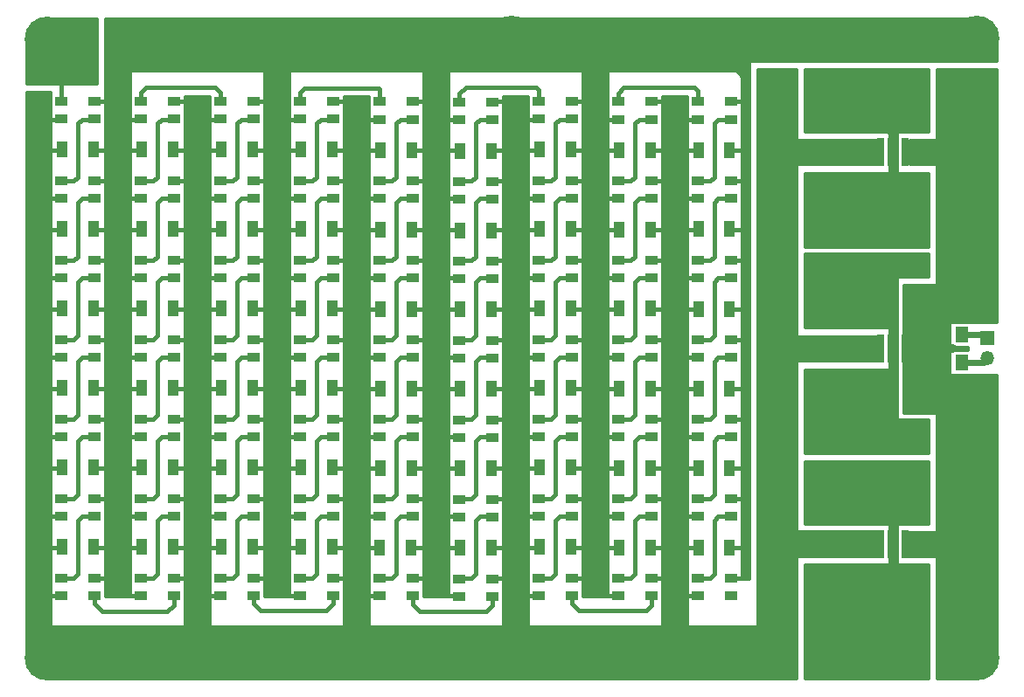
<source format=gbr>
G04 #@! TF.FileFunction,Copper,L1,Top,Signal*
%FSLAX46Y46*%
G04 Gerber Fmt 4.6, Leading zero omitted, Abs format (unit mm)*
G04 Created by KiCad (PCBNEW 4.0.7) date Sun Apr  1 16:38:54 2018*
%MOMM*%
%LPD*%
G01*
G04 APERTURE LIST*
%ADD10C,0.100000*%
%ADD11R,1.000000X1.600000*%
%ADD12C,4.400000*%
%ADD13R,0.700000X2.700000*%
%ADD14R,1.000000X2.700000*%
%ADD15R,1.200000X0.850000*%
%ADD16R,1.350000X1.350000*%
%ADD17O,1.350000X1.350000*%
%ADD18R,1.300000X1.500000*%
%ADD19C,1.000000*%
%ADD20C,0.600000*%
%ADD21C,0.400000*%
%ADD22C,0.600000*%
%ADD23C,0.254000*%
G04 APERTURE END LIST*
D10*
D11*
X99491858Y-64508092D03*
X102491858Y-64508092D03*
X94791858Y-64458092D03*
X91791858Y-64458092D03*
X84091858Y-41358092D03*
X87091858Y-41358092D03*
X99491858Y-72208092D03*
X102491858Y-72208092D03*
X84091858Y-64458092D03*
X87091858Y-64458092D03*
X84091858Y-56758092D03*
X87091858Y-56758092D03*
X79391858Y-72158092D03*
X76391858Y-72158092D03*
X79391858Y-56758092D03*
X76391858Y-56758092D03*
X79391858Y-64458092D03*
X76391858Y-64458092D03*
X84091858Y-49058092D03*
X87091858Y-49058092D03*
X110191858Y-64558092D03*
X107191858Y-64558092D03*
X68691858Y-41358092D03*
X71691858Y-41358092D03*
X110191858Y-56858092D03*
X107191858Y-56858092D03*
X79391858Y-79858092D03*
X76391858Y-79858092D03*
X84091858Y-72158092D03*
X87091858Y-72158092D03*
X94791858Y-49058092D03*
X91791858Y-49058092D03*
X99491858Y-41408092D03*
X102491858Y-41408092D03*
X68691858Y-72158092D03*
X71691858Y-72158092D03*
X79391858Y-49058092D03*
X76391858Y-49058092D03*
X68691858Y-56758092D03*
X71691858Y-56758092D03*
X110191858Y-72258092D03*
X107191858Y-72258092D03*
X68691858Y-64458092D03*
X71691858Y-64458092D03*
X125591858Y-56708092D03*
X122591858Y-56708092D03*
X94791858Y-72158092D03*
X91791858Y-72158092D03*
X114891858Y-41358092D03*
X117891858Y-41358092D03*
X94791858Y-56758092D03*
X91791858Y-56758092D03*
X99491858Y-49108092D03*
X102491858Y-49108092D03*
X114891858Y-49058092D03*
X117891858Y-49058092D03*
X99491858Y-56808092D03*
X102491858Y-56808092D03*
X68691858Y-49058092D03*
X71691858Y-49058092D03*
X114891858Y-56758092D03*
X117891858Y-56758092D03*
X125591858Y-64508092D03*
X122591858Y-64508092D03*
X110191858Y-79958092D03*
X107191858Y-79958092D03*
X125591858Y-49108092D03*
X122591858Y-49108092D03*
X94791858Y-79858092D03*
X91791858Y-79858092D03*
X114891858Y-64458092D03*
X117891858Y-64458092D03*
X114891858Y-72158092D03*
X117891858Y-72158092D03*
X125591858Y-72208092D03*
X122591858Y-72208092D03*
X110191858Y-49158092D03*
X107191858Y-49158092D03*
X125591858Y-79908092D03*
X122591858Y-79908092D03*
X130291858Y-41408092D03*
X133291858Y-41408092D03*
X130291858Y-49008092D03*
X133291858Y-49008092D03*
X130291858Y-56808092D03*
X133291858Y-56808092D03*
X130291858Y-64508092D03*
X133291858Y-64508092D03*
X130291858Y-72208092D03*
X133291858Y-72208092D03*
X79391858Y-41358092D03*
X76391858Y-41358092D03*
X94791858Y-41358092D03*
X91791858Y-41358092D03*
X110191858Y-41458092D03*
X107191858Y-41458092D03*
X125591858Y-41408092D03*
X122591858Y-41408092D03*
X130291858Y-79908092D03*
X133291858Y-79908092D03*
X114891858Y-79858092D03*
X117891858Y-79858092D03*
X99391858Y-79908092D03*
X102391858Y-79908092D03*
X84091858Y-79858092D03*
X87091858Y-79858092D03*
X68691858Y-79858092D03*
X71691858Y-79858092D03*
D12*
X112200000Y-90600000D03*
X67225000Y-30625000D03*
X157175000Y-30600000D03*
X157200000Y-90600000D03*
X112200000Y-30600000D03*
X67200000Y-90600000D03*
D13*
X150300000Y-79600000D03*
D14*
X149100000Y-79600000D03*
D13*
X147900000Y-79600000D03*
X150300000Y-60600000D03*
D14*
X149100000Y-60600000D03*
D13*
X147900000Y-60600000D03*
X150300000Y-41600000D03*
D14*
X149100000Y-41600000D03*
D13*
X147900000Y-41600000D03*
D15*
X125691858Y-44408092D03*
X125691858Y-46108092D03*
X122491858Y-46108092D03*
X122491858Y-44408092D03*
X125691858Y-52108092D03*
X125691858Y-53808092D03*
X122491858Y-53808092D03*
X122491858Y-52108092D03*
X125691858Y-59808092D03*
X125691858Y-61508092D03*
X122491858Y-61508092D03*
X122491858Y-59808092D03*
X125691858Y-67508092D03*
X125691858Y-69208092D03*
X122491858Y-69208092D03*
X122491858Y-67508092D03*
X125691858Y-75208092D03*
X125691858Y-76908092D03*
X122491858Y-76908092D03*
X122491858Y-75208092D03*
X125691858Y-82908092D03*
X125691858Y-84608092D03*
X122491858Y-84608092D03*
X122491858Y-82908092D03*
X114791858Y-76858092D03*
X114791858Y-75158092D03*
X117991858Y-75158092D03*
X117991858Y-76858092D03*
X114791858Y-69158092D03*
X114791858Y-67458092D03*
X117991858Y-67458092D03*
X117991858Y-69158092D03*
X114791858Y-61458092D03*
X114791858Y-59758092D03*
X117991858Y-59758092D03*
X117991858Y-61458092D03*
X114791858Y-53758092D03*
X114791858Y-52058092D03*
X117991858Y-52058092D03*
X117991858Y-53758092D03*
X114791858Y-46058092D03*
X114791858Y-44358092D03*
X117991858Y-44358092D03*
X117991858Y-46058092D03*
X114791858Y-38358092D03*
X114791858Y-36658092D03*
X117991858Y-36658092D03*
X117991858Y-38358092D03*
X110291858Y-44458092D03*
X110291858Y-46158092D03*
X107091858Y-46158092D03*
X107091858Y-44458092D03*
X110291858Y-52158092D03*
X110291858Y-53858092D03*
X107091858Y-53858092D03*
X107091858Y-52158092D03*
X110291858Y-59858092D03*
X110291858Y-61558092D03*
X107091858Y-61558092D03*
X107091858Y-59858092D03*
X110291858Y-67558092D03*
X110291858Y-69258092D03*
X107091858Y-69258092D03*
X107091858Y-67558092D03*
X110291858Y-75258092D03*
X110291858Y-76958092D03*
X107091858Y-76958092D03*
X107091858Y-75258092D03*
X110291858Y-82958092D03*
X110291858Y-84658092D03*
X107091858Y-84658092D03*
X107091858Y-82958092D03*
X99391858Y-76908092D03*
X99391858Y-75208092D03*
X102591858Y-75208092D03*
X102591858Y-76908092D03*
X99391858Y-69208092D03*
X99391858Y-67508092D03*
X102591858Y-67508092D03*
X102591858Y-69208092D03*
X99391858Y-61508092D03*
X99391858Y-59808092D03*
X102591858Y-59808092D03*
X102591858Y-61508092D03*
X99391858Y-53808092D03*
X99391858Y-52108092D03*
X102591858Y-52108092D03*
X102591858Y-53808092D03*
X99391858Y-46108092D03*
X99391858Y-44408092D03*
X102591858Y-44408092D03*
X102591858Y-46108092D03*
X99391858Y-38408092D03*
X99391858Y-36708092D03*
X102591858Y-36708092D03*
X102591858Y-38408092D03*
X94891858Y-44358092D03*
X94891858Y-46058092D03*
X91691858Y-46058092D03*
X91691858Y-44358092D03*
X94891858Y-52058092D03*
X94891858Y-53758092D03*
X91691858Y-53758092D03*
X91691858Y-52058092D03*
X94891858Y-59758092D03*
X94891858Y-61458092D03*
X91691858Y-61458092D03*
X91691858Y-59758092D03*
X94891858Y-67458092D03*
X94891858Y-69158092D03*
X91691858Y-69158092D03*
X91691858Y-67458092D03*
X94891858Y-75158092D03*
X94891858Y-76858092D03*
X91691858Y-76858092D03*
X91691858Y-75158092D03*
X94891858Y-82858092D03*
X94891858Y-84558092D03*
X91691858Y-84558092D03*
X91691858Y-82858092D03*
X83991858Y-76858092D03*
X83991858Y-75158092D03*
X87191858Y-75158092D03*
X87191858Y-76858092D03*
X83991858Y-69158092D03*
X83991858Y-67458092D03*
X87191858Y-67458092D03*
X87191858Y-69158092D03*
X83991858Y-61458092D03*
X83991858Y-59758092D03*
X87191858Y-59758092D03*
X87191858Y-61458092D03*
X83991858Y-53758092D03*
X83991858Y-52058092D03*
X87191858Y-52058092D03*
X87191858Y-53758092D03*
X83991858Y-46058092D03*
X83991858Y-44358092D03*
X87191858Y-44358092D03*
X87191858Y-46058092D03*
X83991858Y-38358092D03*
X83991858Y-36658092D03*
X87191858Y-36658092D03*
X87191858Y-38358092D03*
X79491858Y-44358092D03*
X79491858Y-46058092D03*
X76291858Y-46058092D03*
X76291858Y-44358092D03*
X79491858Y-52058092D03*
X79491858Y-53758092D03*
X76291858Y-53758092D03*
X76291858Y-52058092D03*
X79491858Y-59758092D03*
X79491858Y-61458092D03*
X76291858Y-61458092D03*
X76291858Y-59758092D03*
X79491858Y-67458092D03*
X79491858Y-69158092D03*
X76291858Y-69158092D03*
X76291858Y-67458092D03*
X79491858Y-75158092D03*
X79491858Y-76858092D03*
X76291858Y-76858092D03*
X76291858Y-75158092D03*
X79491858Y-82858092D03*
X79491858Y-84558092D03*
X76291858Y-84558092D03*
X76291858Y-82858092D03*
X68591858Y-76858092D03*
X68591858Y-75158092D03*
X71791858Y-75158092D03*
X71791858Y-76858092D03*
X68591858Y-69158092D03*
X68591858Y-67458092D03*
X71791858Y-67458092D03*
X71791858Y-69158092D03*
X68591858Y-61458092D03*
X68591858Y-59758092D03*
X71791858Y-59758092D03*
X71791858Y-61458092D03*
X68591858Y-53758092D03*
X68591858Y-52058092D03*
X71791858Y-52058092D03*
X71791858Y-53758092D03*
X68591858Y-46058092D03*
X68591858Y-44358092D03*
X71791858Y-44358092D03*
X71791858Y-46058092D03*
X68591858Y-38358092D03*
X68591858Y-36658092D03*
X71791858Y-36658092D03*
X71791858Y-38358092D03*
X130191858Y-76908092D03*
X130191858Y-75208092D03*
X133391858Y-75208092D03*
X133391858Y-76908092D03*
X130191858Y-69208092D03*
X130191858Y-67508092D03*
X133391858Y-67508092D03*
X133391858Y-69208092D03*
X130191858Y-61508092D03*
X130191858Y-59808092D03*
X133391858Y-59808092D03*
X133391858Y-61508092D03*
X130191858Y-53808092D03*
X130191858Y-52108092D03*
X133391858Y-52108092D03*
X133391858Y-53808092D03*
X130191858Y-46108092D03*
X130191858Y-44408092D03*
X133391858Y-44408092D03*
X133391858Y-46108092D03*
X130191858Y-38408092D03*
X130191858Y-36708092D03*
X133391858Y-36708092D03*
X133391858Y-38408092D03*
X130191858Y-84608092D03*
X130191858Y-82908092D03*
X133391858Y-82908092D03*
X133391858Y-84608092D03*
X125691858Y-36708092D03*
X125691858Y-38408092D03*
X122491858Y-38408092D03*
X122491858Y-36708092D03*
X114791858Y-84558092D03*
X114791858Y-82858092D03*
X117991858Y-82858092D03*
X117991858Y-84558092D03*
X110291858Y-36758092D03*
X110291858Y-38458092D03*
X107091858Y-38458092D03*
X107091858Y-36758092D03*
X99391858Y-84608092D03*
X99391858Y-82908092D03*
X102591858Y-82908092D03*
X102591858Y-84608092D03*
X94891858Y-36658092D03*
X94891858Y-38358092D03*
X91691858Y-38358092D03*
X91691858Y-36658092D03*
X83991858Y-84558092D03*
X83991858Y-82858092D03*
X87191858Y-82858092D03*
X87191858Y-84558092D03*
X79491858Y-36658092D03*
X79491858Y-38358092D03*
X76291858Y-38358092D03*
X76291858Y-36658092D03*
X68591858Y-84558092D03*
X68591858Y-82858092D03*
X71791858Y-82858092D03*
X71791858Y-84558092D03*
D16*
X158200000Y-59600000D03*
D17*
X158200000Y-61600000D03*
D18*
X155800000Y-59250000D03*
X155800000Y-61950000D03*
D19*
X66400000Y-83100000D03*
X66400000Y-75600000D03*
X66400000Y-68100000D03*
X66400000Y-38400000D03*
X66400000Y-45600000D03*
X66400000Y-53100000D03*
X66400000Y-60600000D03*
X138200000Y-90100000D03*
X129700000Y-90100000D03*
X119700000Y-90100000D03*
X104700000Y-90100000D03*
X94700000Y-90100000D03*
X84700000Y-90100000D03*
X74700000Y-90100000D03*
X149700000Y-31100000D03*
X139700000Y-31100000D03*
X129700000Y-31100000D03*
X119700000Y-31100000D03*
X104700000Y-31100000D03*
X94700000Y-31100000D03*
X84700000Y-31100000D03*
X74700000Y-31100000D03*
X156300000Y-38100000D03*
X156300000Y-45600000D03*
X156300000Y-53100000D03*
X156300000Y-83100000D03*
X156300000Y-75600000D03*
X156300000Y-68100000D03*
D20*
X156000000Y-81000000D03*
X154600000Y-81000000D03*
X154600000Y-78200000D03*
X156000000Y-78200000D03*
X156000000Y-79600000D03*
X154600000Y-79600000D03*
X153100000Y-62000000D03*
X151700000Y-62000000D03*
X151700000Y-59200000D03*
X153100000Y-59200000D03*
X153100000Y-60600000D03*
X151700000Y-60600000D03*
X154600000Y-43000000D03*
X156000000Y-43000000D03*
X156000000Y-41600000D03*
X156000000Y-40200000D03*
X154600000Y-40200000D03*
X154600000Y-41600000D03*
X70800000Y-32299992D03*
X70800000Y-33700000D03*
D19*
X149699996Y-90100000D03*
D20*
X147700000Y-83000000D03*
X147700000Y-84400000D03*
X149100000Y-84400000D03*
X150500000Y-84400000D03*
X150500000Y-83000000D03*
X149100000Y-83000000D03*
X150500000Y-76200000D03*
X150500000Y-74800000D03*
X149100000Y-74800000D03*
X147700000Y-74800000D03*
X147700000Y-76200000D03*
X149100000Y-76200000D03*
X147700000Y-66800000D03*
X149100000Y-66800000D03*
X149100000Y-65400000D03*
X147700000Y-65400000D03*
X147700000Y-64000000D03*
X149100000Y-64000000D03*
X147700000Y-54400000D03*
X149100000Y-54400000D03*
X149100000Y-55800000D03*
X147700000Y-55800000D03*
X147700000Y-57200000D03*
X149100000Y-57200000D03*
X147700000Y-45000000D03*
X147700000Y-46400000D03*
X149100000Y-46400000D03*
X150500000Y-46400000D03*
X150500000Y-45000000D03*
X149100000Y-45000000D03*
X147700000Y-38200000D03*
X147700000Y-36800000D03*
X149100000Y-36800000D03*
X150500000Y-36800000D03*
X150500000Y-38200000D03*
X149100000Y-38200000D03*
D21*
X66400000Y-75600000D02*
X66400000Y-83100000D01*
X66400000Y-60600000D02*
X66400000Y-68100000D01*
X66400000Y-53100000D02*
X66400000Y-45600000D01*
X67200000Y-90600000D02*
X67200000Y-61400000D01*
X67200000Y-61400000D02*
X66400000Y-60600000D01*
X119700000Y-90100000D02*
X129700000Y-90100000D01*
X130291858Y-79908092D02*
X128708092Y-79908092D01*
X130291858Y-72208092D02*
X128708092Y-72208092D01*
X130291858Y-64508092D02*
X128708092Y-64508092D01*
X130291858Y-56808092D02*
X128708092Y-56808092D01*
X130291858Y-49108092D02*
X128708092Y-49108092D01*
X130291858Y-41408092D02*
X128708092Y-41408092D01*
X130291858Y-84608092D02*
X128708092Y-84608092D01*
X130291858Y-76908092D02*
X128708092Y-76908092D01*
X130291858Y-69208092D02*
X128708092Y-69208092D01*
X130291858Y-61508092D02*
X128708092Y-61508092D01*
X130291858Y-53808092D02*
X128708092Y-53808092D01*
X130291858Y-46108092D02*
X128708092Y-46108092D01*
X128100000Y-37800000D02*
X128600000Y-38300000D01*
X128600000Y-38300000D02*
X128708092Y-38408092D01*
X129183766Y-38400000D02*
X128700000Y-38400000D01*
X128700000Y-38400000D02*
X128600000Y-38300000D01*
X130191858Y-38408092D02*
X129191858Y-38408092D01*
X129191858Y-38408092D02*
X129183766Y-38400000D01*
X128100000Y-37000000D02*
X128100000Y-37800000D01*
X127808092Y-36708092D02*
X128100000Y-37000000D01*
X125691858Y-36708092D02*
X127808092Y-36708092D01*
X125591858Y-82908092D02*
X127000000Y-82908092D01*
X125591858Y-79908092D02*
X126991908Y-79908092D01*
X125591858Y-72208092D02*
X126991908Y-72208092D01*
X125591858Y-64508092D02*
X126991908Y-64508092D01*
X125591858Y-56808092D02*
X126991908Y-56808092D01*
X125591858Y-49108092D02*
X126991908Y-49108092D01*
X125591858Y-41408092D02*
X126991908Y-41408092D01*
X125591858Y-75208092D02*
X126991908Y-75208092D01*
X125591858Y-67508092D02*
X126991908Y-67508092D01*
X125591858Y-59808092D02*
X126991908Y-59808092D01*
X125591858Y-52108092D02*
X126991908Y-52108092D01*
X125591858Y-44408092D02*
X126991908Y-44408092D01*
X125591858Y-36708092D02*
X126991908Y-36708092D01*
X130291858Y-38408092D02*
X128708092Y-38408092D01*
X114891858Y-79908092D02*
X113308092Y-79908092D01*
X114891858Y-72208092D02*
X113308092Y-72208092D01*
X114891858Y-64508092D02*
X113308092Y-64508092D01*
X114891858Y-56808092D02*
X113308092Y-56808092D01*
X114891858Y-49108092D02*
X113308092Y-49108092D01*
X114891858Y-41408092D02*
X113308092Y-41408092D01*
X114891858Y-84608092D02*
X113308092Y-84608092D01*
X114891858Y-76908092D02*
X113308092Y-76908092D01*
X114891858Y-69208092D02*
X113308092Y-69208092D01*
X114891858Y-61508092D02*
X113308092Y-61508092D01*
X114891858Y-53808092D02*
X113308092Y-53808092D01*
X114891858Y-46108092D02*
X113308092Y-46108092D01*
X112600000Y-38000000D02*
X113008092Y-38408092D01*
X113008092Y-38408092D02*
X114791858Y-38408092D01*
X112600000Y-37100000D02*
X112600000Y-38000000D01*
X112208092Y-36708092D02*
X112600000Y-37100000D01*
X110291858Y-36708092D02*
X112208092Y-36708092D01*
X110191858Y-82908092D02*
X111791908Y-82908092D01*
X110191858Y-79908092D02*
X111591908Y-79908092D01*
X110191858Y-72208092D02*
X111591908Y-72208092D01*
X110191858Y-64508092D02*
X111591908Y-64508092D01*
X110191858Y-56808092D02*
X111591908Y-56808092D01*
X110191858Y-49108092D02*
X111591908Y-49108092D01*
X110191858Y-41408092D02*
X111591908Y-41408092D01*
X110191858Y-75208092D02*
X111591908Y-75208092D01*
X110191858Y-67508092D02*
X111591908Y-67508092D01*
X110191858Y-59808092D02*
X111591908Y-59808092D01*
X110191858Y-52108092D02*
X111591908Y-52108092D01*
X110191858Y-44408092D02*
X111591908Y-44408092D01*
X114891858Y-38408092D02*
X113308092Y-38408092D01*
X99491858Y-79908092D02*
X97908092Y-79908092D01*
X99491858Y-72208092D02*
X97908092Y-72208092D01*
X99491858Y-64508092D02*
X97908092Y-64508092D01*
X99491858Y-56808092D02*
X97908092Y-56808092D01*
X99491858Y-49108092D02*
X97908092Y-49108092D01*
X99491858Y-41408092D02*
X97908092Y-41408092D01*
X99491858Y-84608092D02*
X97908092Y-84608092D01*
X99491858Y-76908092D02*
X97908092Y-76908092D01*
X99491858Y-69208092D02*
X97908092Y-69208092D01*
X99491858Y-61508092D02*
X97908092Y-61508092D01*
X99491858Y-53808092D02*
X97908092Y-53808092D01*
X99491858Y-46108092D02*
X97908092Y-46108092D01*
X97200000Y-38000000D02*
X97608092Y-38408092D01*
X97608092Y-38408092D02*
X99391858Y-38408092D01*
X97200000Y-37400000D02*
X97200000Y-38000000D01*
X96508092Y-36708092D02*
X97200000Y-37400000D01*
X94891858Y-36708092D02*
X96508092Y-36708092D01*
X94791858Y-82908092D02*
X96091908Y-82908092D01*
X94791858Y-79908092D02*
X96191908Y-79908092D01*
X94791858Y-72208092D02*
X96191908Y-72208092D01*
X94791858Y-64508092D02*
X96191908Y-64508092D01*
X94791858Y-56808092D02*
X96191908Y-56808092D01*
X94791858Y-49108092D02*
X96191908Y-49108092D01*
X94791858Y-41408092D02*
X96191908Y-41408092D01*
X94791858Y-75208092D02*
X96191908Y-75208092D01*
X94791858Y-67508092D02*
X96191908Y-67508092D01*
X94791858Y-59808092D02*
X96191908Y-59808092D01*
X94791858Y-52108092D02*
X96191908Y-52108092D01*
X94791858Y-44408092D02*
X96191908Y-44408092D01*
X99491858Y-38408092D02*
X97908092Y-38408092D01*
X84091858Y-79908092D02*
X82508092Y-79908092D01*
X84091858Y-72208092D02*
X82508092Y-72208092D01*
X84091858Y-64508092D02*
X82508092Y-64508092D01*
X84091858Y-56808092D02*
X82508092Y-56808092D01*
X84091858Y-49108092D02*
X82508092Y-49108092D01*
X84091858Y-41408092D02*
X82508092Y-41408092D01*
X84091858Y-84608092D02*
X82508092Y-84608092D01*
X84091858Y-76908092D02*
X82508092Y-76908092D01*
X84091858Y-69208092D02*
X82508092Y-69208092D01*
X84091858Y-61508092D02*
X82508092Y-61508092D01*
X84091858Y-53808092D02*
X82508092Y-53808092D01*
X84091858Y-46108092D02*
X82508092Y-46108092D01*
X81700000Y-37900000D02*
X82208092Y-38408092D01*
X82208092Y-38408092D02*
X82991858Y-38408092D01*
X82991858Y-38408092D02*
X83991858Y-38408092D01*
X81700000Y-37500000D02*
X81700000Y-37900000D01*
X80900000Y-36700000D02*
X81700000Y-37500000D01*
X79674950Y-36700000D02*
X80900000Y-36700000D01*
X79491858Y-36708092D02*
X79666858Y-36708092D01*
X79666858Y-36708092D02*
X79674950Y-36700000D01*
X79391858Y-82908092D02*
X80791908Y-82908092D01*
X79391858Y-79908092D02*
X80791908Y-79908092D01*
X79391858Y-72208092D02*
X80791908Y-72208092D01*
X79391858Y-64508092D02*
X80791908Y-64508092D01*
X79391858Y-56808092D02*
X80791908Y-56808092D01*
X79391858Y-49108092D02*
X80791908Y-49108092D01*
X79391858Y-41408092D02*
X80791908Y-41408092D01*
X79391858Y-75208092D02*
X80791908Y-75208092D01*
X79391858Y-67508092D02*
X80791908Y-67508092D01*
X79391858Y-59808092D02*
X80791908Y-59808092D01*
X79391858Y-52108092D02*
X80791908Y-52108092D01*
X79391858Y-44408092D02*
X80791908Y-44408092D01*
X84091858Y-38408092D02*
X82508092Y-38408092D01*
X68691858Y-79908092D02*
X67108092Y-79908092D01*
X68691858Y-72208092D02*
X67108092Y-72208092D01*
X68691858Y-64508092D02*
X67108092Y-64508092D01*
X68691858Y-56808092D02*
X67108092Y-56808092D01*
X68691858Y-49108092D02*
X67108092Y-49108092D01*
X68691858Y-41408092D02*
X67108092Y-41408092D01*
X68691858Y-84608092D02*
X67108092Y-84608092D01*
X68691858Y-76908092D02*
X67108092Y-76908092D01*
X68691858Y-69208092D02*
X67108092Y-69208092D01*
X68691858Y-61508092D02*
X67108092Y-61508092D01*
X68691858Y-53808092D02*
X67108092Y-53808092D01*
X68691858Y-46108092D02*
X67108092Y-46108092D01*
X68691858Y-38408092D02*
X67108092Y-38408092D01*
X104700000Y-90100000D02*
X111700000Y-90100000D01*
X111700000Y-90100000D02*
X112200000Y-90600000D01*
X84700000Y-90100000D02*
X94700000Y-90100000D01*
X67200000Y-90600000D02*
X74200000Y-90600000D01*
X74200000Y-90600000D02*
X74700000Y-90100000D01*
X139700000Y-31100000D02*
X149700000Y-31100000D01*
X119700000Y-31100000D02*
X129700000Y-31100000D01*
X133291858Y-79908092D02*
X134591908Y-79908092D01*
X133291858Y-72208092D02*
X134591908Y-72208092D01*
X133291858Y-64508092D02*
X134591908Y-64508092D01*
X133291858Y-56808092D02*
X134591908Y-56808092D01*
X133291858Y-49108092D02*
X134591908Y-49108092D01*
X133291858Y-41408092D02*
X134591908Y-41408092D01*
X133291858Y-82908092D02*
X134591908Y-82908092D01*
X133291858Y-75208092D02*
X134591908Y-75208092D01*
X133291858Y-67508092D02*
X134591908Y-67508092D01*
X133291858Y-59808092D02*
X134591908Y-59808092D01*
X133291858Y-52108092D02*
X134591908Y-52108092D01*
X133291858Y-44408092D02*
X134591908Y-44408092D01*
X133291858Y-36708092D02*
X134591908Y-36708092D01*
X122591858Y-84608092D02*
X121108092Y-84608092D01*
X122591858Y-79908092D02*
X121208092Y-79908092D01*
X122591858Y-72208092D02*
X121208092Y-72208092D01*
X122591858Y-64508092D02*
X121208092Y-64508092D01*
X122591858Y-56808092D02*
X121208092Y-56808092D01*
X122591858Y-49108092D02*
X121208092Y-49108092D01*
X122591858Y-41408092D02*
X121208092Y-41408092D01*
X122591858Y-76908092D02*
X121208092Y-76908092D01*
X122591858Y-69208092D02*
X121208092Y-69208092D01*
X122591858Y-61508092D02*
X121208092Y-61508092D01*
X122591858Y-53808092D02*
X121208092Y-53808092D01*
X122591858Y-46108092D02*
X121208092Y-46108092D01*
X120300000Y-38000000D02*
X120708092Y-38408092D01*
X120708092Y-38408092D02*
X122491858Y-38408092D01*
X120300000Y-37600000D02*
X120300000Y-38000000D01*
X119400000Y-36700000D02*
X120300000Y-37600000D01*
X118999950Y-36700000D02*
X119400000Y-36700000D01*
X117991858Y-36708092D02*
X118991858Y-36708092D01*
X118991858Y-36708092D02*
X118999950Y-36700000D01*
X122591858Y-38408092D02*
X121208092Y-38408092D01*
X117891858Y-79908092D02*
X119191908Y-79908092D01*
X117891858Y-72208092D02*
X119191908Y-72208092D01*
X117891858Y-64508092D02*
X119191908Y-64508092D01*
X117891858Y-56808092D02*
X119191908Y-56808092D01*
X117891858Y-49108092D02*
X119191908Y-49108092D01*
X117891858Y-41408092D02*
X119191908Y-41408092D01*
X117891858Y-82908092D02*
X119191908Y-82908092D01*
X117891858Y-75208092D02*
X119191908Y-75208092D01*
X117891858Y-67508092D02*
X119191908Y-67508092D01*
X117891858Y-59808092D02*
X119191908Y-59808092D01*
X117891858Y-52108092D02*
X119191908Y-52108092D01*
X117891858Y-44408092D02*
X119191908Y-44408092D01*
X107191858Y-84608092D02*
X105608092Y-84608092D01*
X107191858Y-79908092D02*
X105808092Y-79908092D01*
X107191858Y-72208092D02*
X105808092Y-72208092D01*
X107191858Y-64508092D02*
X105808092Y-64508092D01*
X107191858Y-56808092D02*
X105808092Y-56808092D01*
X107191858Y-49108092D02*
X105808092Y-49108092D01*
X107191858Y-41408092D02*
X105808092Y-41408092D01*
X107191858Y-76908092D02*
X105808092Y-76908092D01*
X107191858Y-69208092D02*
X105808092Y-69208092D01*
X107191858Y-61508092D02*
X105808092Y-61508092D01*
X107191858Y-53808092D02*
X105808092Y-53808092D01*
X107191858Y-46108092D02*
X105808092Y-46108092D01*
X104800000Y-37700000D02*
X105508092Y-38408092D01*
X105508092Y-38408092D02*
X107091858Y-38408092D01*
X104800000Y-37200000D02*
X104800000Y-37700000D01*
X104300000Y-36700000D02*
X104800000Y-37200000D01*
X103599950Y-36700000D02*
X104300000Y-36700000D01*
X102591858Y-36708092D02*
X103591858Y-36708092D01*
X103591858Y-36708092D02*
X103599950Y-36700000D01*
X107191858Y-38408092D02*
X105808092Y-38408092D01*
X102491858Y-79908092D02*
X103791908Y-79908092D01*
X102491858Y-72208092D02*
X103791908Y-72208092D01*
X102491858Y-64508092D02*
X103791908Y-64508092D01*
X102491858Y-56808092D02*
X103791908Y-56808092D01*
X102491858Y-49108092D02*
X103791908Y-49108092D01*
X102491858Y-41408092D02*
X103791908Y-41408092D01*
X102491858Y-82908092D02*
X103791908Y-82908092D01*
X102491858Y-75208092D02*
X103791908Y-75208092D01*
X102491858Y-67508092D02*
X103791908Y-67508092D01*
X102491858Y-59808092D02*
X103791908Y-59808092D01*
X102491858Y-52108092D02*
X103791908Y-52108092D01*
X102491858Y-44408092D02*
X103791908Y-44408092D01*
X91791858Y-84608092D02*
X90408092Y-84608092D01*
X91791858Y-79908092D02*
X90408092Y-79908092D01*
X91791858Y-72208092D02*
X90408092Y-72208092D01*
X91791858Y-64508092D02*
X90408092Y-64508092D01*
X91791858Y-56808092D02*
X90408092Y-56808092D01*
X91791858Y-49108092D02*
X90408092Y-49108092D01*
X91791858Y-41408092D02*
X90408092Y-41408092D01*
X91791858Y-76908092D02*
X90408092Y-76908092D01*
X91791858Y-69208092D02*
X90408092Y-69208092D01*
X91791858Y-61508092D02*
X90408092Y-61508092D01*
X91791858Y-53808092D02*
X90408092Y-53808092D01*
X91791858Y-46108092D02*
X90408092Y-46108092D01*
X89500000Y-38000000D02*
X89908092Y-38408092D01*
X89908092Y-38408092D02*
X91691858Y-38408092D01*
X89500000Y-37700000D02*
X89500000Y-38000000D01*
X88500000Y-36700000D02*
X89500000Y-37700000D01*
X88199950Y-36700000D02*
X88500000Y-36700000D01*
X87191858Y-36708092D02*
X88191858Y-36708092D01*
X88191858Y-36708092D02*
X88199950Y-36700000D01*
X91791858Y-38408092D02*
X90408092Y-38408092D01*
X87091858Y-79908092D02*
X88391908Y-79908092D01*
X87091858Y-72208092D02*
X88391908Y-72208092D01*
X87091858Y-64508092D02*
X88391908Y-64508092D01*
X87091858Y-56808092D02*
X88391908Y-56808092D01*
X87091858Y-49108092D02*
X88391908Y-49108092D01*
X87091858Y-41408092D02*
X88391908Y-41408092D01*
X87091858Y-82908092D02*
X88391908Y-82908092D01*
X87091858Y-75208092D02*
X88391908Y-75208092D01*
X87091858Y-67508092D02*
X88391908Y-67508092D01*
X87091858Y-59808092D02*
X88391908Y-59808092D01*
X87091858Y-52108092D02*
X88391908Y-52108092D01*
X87091858Y-44408092D02*
X88391908Y-44408092D01*
X76391858Y-84608092D02*
X75008092Y-84608092D01*
X76391858Y-79908092D02*
X75008092Y-79908092D01*
X76391858Y-72208092D02*
X75008092Y-72208092D01*
X76391858Y-64508092D02*
X75008092Y-64508092D01*
X76391858Y-56808092D02*
X75008092Y-56808092D01*
X76391858Y-49108092D02*
X75008092Y-49108092D01*
X76391858Y-41408092D02*
X75008092Y-41408092D01*
X76391858Y-76908092D02*
X75008092Y-76908092D01*
X76391858Y-69208092D02*
X75008092Y-69208092D01*
X76391858Y-61508092D02*
X75008092Y-61508092D01*
X76391858Y-53808092D02*
X75008092Y-53808092D01*
X76391858Y-46108092D02*
X75008092Y-46108092D01*
X73300000Y-36700000D02*
X75008092Y-38408092D01*
X75008092Y-38408092D02*
X76291858Y-38408092D01*
X72799950Y-36700000D02*
X73300000Y-36700000D01*
X71791858Y-36708092D02*
X72791858Y-36708092D01*
X72791858Y-36708092D02*
X72799950Y-36700000D01*
X76391858Y-38408092D02*
X75008092Y-38408092D01*
X71691858Y-79908092D02*
X72991908Y-79908092D01*
X71691858Y-72208092D02*
X72991908Y-72208092D01*
X71691858Y-64508092D02*
X72991908Y-64508092D01*
X71691858Y-56808092D02*
X72991908Y-56808092D01*
X71691858Y-49108092D02*
X72991908Y-49108092D01*
X71691858Y-41408092D02*
X72991908Y-41408092D01*
X71691858Y-82908092D02*
X72991908Y-82908092D01*
X71691858Y-75208092D02*
X72991908Y-75208092D01*
X71691858Y-67508092D02*
X72991908Y-67508092D01*
X71691858Y-59808092D02*
X72991908Y-59808092D01*
X71691858Y-52108092D02*
X72991908Y-52108092D01*
X71691858Y-44408092D02*
X72991908Y-44408092D01*
X104700000Y-31100000D02*
X111700000Y-31100000D01*
X111700000Y-31100000D02*
X112200000Y-30600000D01*
X84700000Y-31100000D02*
X94700000Y-31100000D01*
X74200000Y-30600000D02*
X74700000Y-31100000D01*
X124491858Y-46108092D02*
X124100000Y-46499950D01*
X125591858Y-46108092D02*
X124491858Y-46108092D01*
X124100000Y-46499950D02*
X124100000Y-51700000D01*
X123691908Y-52108092D02*
X122591858Y-52108092D01*
X124100000Y-51700000D02*
X123691908Y-52108092D01*
X124491858Y-53808092D02*
X124100000Y-54199950D01*
X125591858Y-53808092D02*
X124491858Y-53808092D01*
X124100000Y-54199950D02*
X124100000Y-59400000D01*
X123691908Y-59808092D02*
X122591858Y-59808092D01*
X124100000Y-59400000D02*
X123691908Y-59808092D01*
X124491858Y-61508092D02*
X124100000Y-61899950D01*
X125591858Y-61508092D02*
X124491858Y-61508092D01*
X124100000Y-61899950D02*
X124100000Y-67100000D01*
X123691908Y-67508092D02*
X122591858Y-67508092D01*
X124100000Y-67100000D02*
X123691908Y-67508092D01*
X124491858Y-69208092D02*
X124100000Y-69599950D01*
X125591858Y-69208092D02*
X124491858Y-69208092D01*
X124100000Y-69599950D02*
X124100000Y-74800000D01*
X123691908Y-75208092D02*
X122591858Y-75208092D01*
X124100000Y-74800000D02*
X123691908Y-75208092D01*
X124491858Y-76908092D02*
X124100000Y-77299950D01*
X125591858Y-76908092D02*
X124491858Y-76908092D01*
X124100000Y-77299950D02*
X124100000Y-82500000D01*
X123691908Y-82908092D02*
X122591858Y-82908092D01*
X124100000Y-82500000D02*
X123691908Y-82908092D01*
X125200000Y-86050000D02*
X125691858Y-85558142D01*
X125691858Y-85558142D02*
X125691858Y-84608092D01*
X118658766Y-86050000D02*
X125200000Y-86050000D01*
X117991858Y-84558092D02*
X117991858Y-85383092D01*
X117991858Y-85383092D02*
X118658766Y-86050000D01*
X125600000Y-84616234D02*
X125591858Y-84608092D01*
X116791858Y-69208092D02*
X116400000Y-69599950D01*
X117891858Y-69208092D02*
X116791858Y-69208092D01*
X116400000Y-69599950D02*
X116400000Y-74800000D01*
X115991908Y-75208092D02*
X114891858Y-75208092D01*
X116400000Y-74800000D02*
X115991908Y-75208092D01*
X116791858Y-61508092D02*
X116400000Y-61899950D01*
X117891858Y-61508092D02*
X116791858Y-61508092D01*
X116400000Y-61899950D02*
X116400000Y-67100000D01*
X115991908Y-67508092D02*
X114891858Y-67508092D01*
X116400000Y-67100000D02*
X115991908Y-67508092D01*
X116791858Y-53808092D02*
X116400000Y-54199950D01*
X117891858Y-53808092D02*
X116791858Y-53808092D01*
X116400000Y-54199950D02*
X116400000Y-59400000D01*
X115991908Y-59808092D02*
X114891858Y-59808092D01*
X116400000Y-59400000D02*
X115991908Y-59808092D01*
X116791858Y-46108092D02*
X116400000Y-46499950D01*
X117891858Y-46108092D02*
X116791858Y-46108092D01*
X116400000Y-46499950D02*
X116400000Y-51700000D01*
X115991908Y-52108092D02*
X114891858Y-52108092D01*
X116400000Y-51700000D02*
X115991908Y-52108092D01*
X116791858Y-38408092D02*
X116400000Y-38799950D01*
X117891858Y-38408092D02*
X116791858Y-38408092D01*
X116400000Y-38799950D02*
X116400000Y-44000000D01*
X115991908Y-44408092D02*
X114891858Y-44408092D01*
X116400000Y-44000000D02*
X115991908Y-44408092D01*
X114500000Y-35300000D02*
X114791858Y-35591858D01*
X114791858Y-35591858D02*
X114791858Y-36658092D01*
X107724950Y-35300000D02*
X114500000Y-35300000D01*
X107091858Y-36758092D02*
X107091858Y-35933092D01*
X107091858Y-35933092D02*
X107724950Y-35300000D01*
X109091858Y-46108092D02*
X108700000Y-46499950D01*
X110191858Y-46108092D02*
X109091858Y-46108092D01*
X108700000Y-46499950D02*
X108700000Y-51700000D01*
X108291908Y-52108092D02*
X107191858Y-52108092D01*
X108700000Y-51700000D02*
X108291908Y-52108092D01*
X109091858Y-53808092D02*
X108700000Y-54199950D01*
X110191858Y-53808092D02*
X109091858Y-53808092D01*
X108700000Y-54199950D02*
X108700000Y-59400000D01*
X108291908Y-59808092D02*
X107191858Y-59808092D01*
X108700000Y-59400000D02*
X108291908Y-59808092D01*
X109091858Y-61508092D02*
X108700000Y-61899950D01*
X110191858Y-61508092D02*
X109091858Y-61508092D01*
X108700000Y-61899950D02*
X108700000Y-67100000D01*
X108291908Y-67508092D02*
X107191858Y-67508092D01*
X108700000Y-67100000D02*
X108291908Y-67508092D01*
X109091858Y-69208092D02*
X108700000Y-69599950D01*
X110191858Y-69208092D02*
X109091858Y-69208092D01*
X108700000Y-69599950D02*
X108700000Y-74800000D01*
X108291908Y-75208092D02*
X107191858Y-75208092D01*
X108700000Y-74800000D02*
X108291908Y-75208092D01*
X109091858Y-76908092D02*
X108700000Y-77299950D01*
X110191858Y-76908092D02*
X109091858Y-76908092D01*
X108700000Y-77299950D02*
X108700000Y-82500000D01*
X108291908Y-82908092D02*
X107191858Y-82908092D01*
X108700000Y-82500000D02*
X108291908Y-82908092D01*
X109700000Y-86100000D02*
X110291858Y-85508142D01*
X110291858Y-85508142D02*
X110291858Y-84658092D01*
X103258766Y-86100000D02*
X109700000Y-86100000D01*
X102591858Y-84608092D02*
X102591858Y-85433092D01*
X102591858Y-85433092D02*
X103258766Y-86100000D01*
X110200000Y-84616234D02*
X110191858Y-84608092D01*
X101391858Y-69208092D02*
X101000000Y-69599950D01*
X102491858Y-69208092D02*
X101391858Y-69208092D01*
X101000000Y-69599950D02*
X101000000Y-74800000D01*
X100591908Y-75208092D02*
X99491858Y-75208092D01*
X101000000Y-74800000D02*
X100591908Y-75208092D01*
X101391858Y-61508092D02*
X101000000Y-61899950D01*
X102491858Y-61508092D02*
X101391858Y-61508092D01*
X101000000Y-61899950D02*
X101000000Y-67100000D01*
X100591908Y-67508092D02*
X99491858Y-67508092D01*
X101000000Y-67100000D02*
X100591908Y-67508092D01*
X101391858Y-53808092D02*
X101000000Y-54199950D01*
X102491858Y-53808092D02*
X101391858Y-53808092D01*
X101000000Y-54199950D02*
X101000000Y-59400000D01*
X100591908Y-59808092D02*
X99491858Y-59808092D01*
X101000000Y-59400000D02*
X100591908Y-59808092D01*
X101391858Y-46108092D02*
X101000000Y-46499950D01*
X102491858Y-46108092D02*
X101391858Y-46108092D01*
X101000000Y-46499950D02*
X101000000Y-51700000D01*
X100591908Y-52108092D02*
X99491858Y-52108092D01*
X101000000Y-51700000D02*
X100591908Y-52108092D01*
X101391858Y-38408092D02*
X101000000Y-38799950D01*
X102491858Y-38408092D02*
X101391858Y-38408092D01*
X101000000Y-38799950D02*
X101000000Y-44000000D01*
X100591908Y-44408092D02*
X99491858Y-44408092D01*
X101000000Y-44000000D02*
X100591908Y-44408092D01*
X99300000Y-35400000D02*
X99391858Y-35491858D01*
X99391858Y-35491858D02*
X99391858Y-36708092D01*
X92124950Y-35400000D02*
X99300000Y-35400000D01*
X91691858Y-36658092D02*
X91691858Y-35833092D01*
X91691858Y-35833092D02*
X92124950Y-35400000D01*
X93691858Y-46108092D02*
X93300000Y-46499950D01*
X94791858Y-46108092D02*
X93691858Y-46108092D01*
X93300000Y-46499950D02*
X93300000Y-51700000D01*
X92891908Y-52108092D02*
X91791858Y-52108092D01*
X93300000Y-51700000D02*
X92891908Y-52108092D01*
X93691858Y-53808092D02*
X93300000Y-54199950D01*
X94791858Y-53808092D02*
X93691858Y-53808092D01*
X93300000Y-54199950D02*
X93300000Y-59400000D01*
X92891908Y-59808092D02*
X91791858Y-59808092D01*
X93300000Y-59400000D02*
X92891908Y-59808092D01*
X93691858Y-61508092D02*
X93300000Y-61899950D01*
X94791858Y-61508092D02*
X93691858Y-61508092D01*
X93300000Y-61899950D02*
X93300000Y-67100000D01*
X92891908Y-67508092D02*
X91791858Y-67508092D01*
X93300000Y-67100000D02*
X92891908Y-67508092D01*
X93691858Y-69208092D02*
X93300000Y-69599950D01*
X94791858Y-69208092D02*
X93691858Y-69208092D01*
X93300000Y-69599950D02*
X93300000Y-74800000D01*
X92891908Y-75208092D02*
X91791858Y-75208092D01*
X93300000Y-74800000D02*
X92891908Y-75208092D01*
X93691858Y-76908092D02*
X93300000Y-77299950D01*
X94791858Y-76908092D02*
X93691858Y-76908092D01*
X93300000Y-77299950D02*
X93300000Y-82500000D01*
X92891908Y-82908092D02*
X91791858Y-82908092D01*
X93300000Y-82500000D02*
X92891908Y-82908092D01*
X87191858Y-84558092D02*
X87191858Y-85383092D01*
X87191858Y-85383092D02*
X87858766Y-86050000D01*
X94891858Y-85383092D02*
X94891858Y-84558092D01*
X87858766Y-86050000D02*
X94224950Y-86050000D01*
X94224950Y-86050000D02*
X94891858Y-85383092D01*
X94800000Y-84616234D02*
X94791858Y-84608092D01*
X85991858Y-69208092D02*
X85600000Y-69599950D01*
X87091858Y-69208092D02*
X85991858Y-69208092D01*
X85600000Y-69599950D02*
X85600000Y-74800000D01*
X85191908Y-75208092D02*
X84091858Y-75208092D01*
X85600000Y-74800000D02*
X85191908Y-75208092D01*
X85991858Y-61508092D02*
X85600000Y-61899950D01*
X87091858Y-61508092D02*
X85991858Y-61508092D01*
X85600000Y-61899950D02*
X85600000Y-67100000D01*
X85191908Y-67508092D02*
X84091858Y-67508092D01*
X85600000Y-67100000D02*
X85191908Y-67508092D01*
X85991858Y-53808092D02*
X85600000Y-54199950D01*
X87091858Y-53808092D02*
X85991858Y-53808092D01*
X85600000Y-54199950D02*
X85600000Y-59400000D01*
X85191908Y-59808092D02*
X84091858Y-59808092D01*
X85600000Y-59400000D02*
X85191908Y-59808092D01*
X85991858Y-46108092D02*
X85600000Y-46499950D01*
X87091858Y-46108092D02*
X85991858Y-46108092D01*
X85600000Y-46499950D02*
X85600000Y-51700000D01*
X85191908Y-52108092D02*
X84091858Y-52108092D01*
X85600000Y-51700000D02*
X85191908Y-52108092D01*
X85991858Y-38408092D02*
X85600000Y-38799950D01*
X87091858Y-38408092D02*
X85991858Y-38408092D01*
X85600000Y-38799950D02*
X85600000Y-44000000D01*
X85191908Y-44408092D02*
X84091858Y-44408092D01*
X85600000Y-44000000D02*
X85191908Y-44408092D01*
X76291858Y-36658092D02*
X76291858Y-35833092D01*
X76291858Y-35833092D02*
X76774950Y-35350000D01*
X76774950Y-35350000D02*
X83508766Y-35350000D01*
X83508766Y-35350000D02*
X83991858Y-35833092D01*
X83991858Y-35833092D02*
X83991858Y-36658092D01*
X78291858Y-46108092D02*
X77900000Y-46499950D01*
X79391858Y-46108092D02*
X78291858Y-46108092D01*
X77900000Y-46499950D02*
X77900000Y-51700000D01*
X77491908Y-52108092D02*
X76391858Y-52108092D01*
X77900000Y-51700000D02*
X77491908Y-52108092D01*
X78291858Y-53808092D02*
X77900000Y-54199950D01*
X79391858Y-53808092D02*
X78291858Y-53808092D01*
X77900000Y-54199950D02*
X77900000Y-59400000D01*
X77491908Y-59808092D02*
X76391858Y-59808092D01*
X77900000Y-59400000D02*
X77491908Y-59808092D01*
X78291858Y-61508092D02*
X77900000Y-61899950D01*
X79391858Y-61508092D02*
X78291858Y-61508092D01*
X77900000Y-61899950D02*
X77900000Y-67100000D01*
X77491908Y-67508092D02*
X76391858Y-67508092D01*
X77900000Y-67100000D02*
X77491908Y-67508092D01*
X78291858Y-69208092D02*
X77900000Y-69599950D01*
X79391858Y-69208092D02*
X78291858Y-69208092D01*
X77900000Y-69599950D02*
X77900000Y-74800000D01*
X77491908Y-75208092D02*
X76391858Y-75208092D01*
X77900000Y-74800000D02*
X77491908Y-75208092D01*
X78291858Y-76908092D02*
X77900000Y-77299950D01*
X79391858Y-76908092D02*
X78291858Y-76908092D01*
X77900000Y-77299950D02*
X77900000Y-82500000D01*
X77491908Y-82908092D02*
X76391858Y-82908092D01*
X77900000Y-82500000D02*
X77491908Y-82908092D01*
X78850000Y-86150000D02*
X79491858Y-85508142D01*
X79491858Y-85508142D02*
X79491858Y-84558092D01*
X72558766Y-86150000D02*
X78850000Y-86150000D01*
X71791858Y-84558092D02*
X71791858Y-85383092D01*
X71791858Y-85383092D02*
X72558766Y-86150000D01*
X79400000Y-84616234D02*
X79391858Y-84608092D01*
X70591858Y-69208092D02*
X70200000Y-69599950D01*
X71691858Y-69208092D02*
X70591858Y-69208092D01*
X70200000Y-69599950D02*
X70200000Y-74800000D01*
X69791908Y-75208092D02*
X68691858Y-75208092D01*
X70200000Y-74800000D02*
X69791908Y-75208092D01*
X70591858Y-61508092D02*
X70200000Y-61899950D01*
X71691858Y-61508092D02*
X70591858Y-61508092D01*
X70200000Y-61899950D02*
X70200000Y-67100000D01*
X69791908Y-67508092D02*
X68691858Y-67508092D01*
X70200000Y-67100000D02*
X69791908Y-67508092D01*
X70591858Y-53808092D02*
X70200000Y-54199950D01*
X71691858Y-53808092D02*
X70591858Y-53808092D01*
X70200000Y-54199950D02*
X70200000Y-59400000D01*
X69791908Y-59808092D02*
X68691858Y-59808092D01*
X70200000Y-59400000D02*
X69791908Y-59808092D01*
X70591858Y-46108092D02*
X70200000Y-46499950D01*
X71691858Y-46108092D02*
X70591858Y-46108092D01*
X70200000Y-46499950D02*
X70200000Y-51700000D01*
X69791908Y-52108092D02*
X68691858Y-52108092D01*
X70200000Y-51700000D02*
X69791908Y-52108092D01*
X70200000Y-44000000D02*
X69791908Y-44408092D01*
X69791908Y-44408092D02*
X68691858Y-44408092D01*
X70200000Y-38799950D02*
X70200000Y-44000000D01*
X71691858Y-38408092D02*
X70591858Y-38408092D01*
X70591858Y-38408092D02*
X70200000Y-38799950D01*
X156300000Y-68100000D02*
X154300000Y-66100000D01*
X154300000Y-66100000D02*
X154300000Y-57600000D01*
X154300000Y-57600000D02*
X157050001Y-54849999D01*
X157050001Y-54849999D02*
X157050001Y-53850001D01*
X157050001Y-53850001D02*
X156300000Y-53100000D01*
X156300000Y-45600000D02*
X156300000Y-38100000D01*
X156300000Y-68100000D02*
X156300000Y-75600000D01*
X154600000Y-78200000D02*
X154600000Y-81000000D01*
X156000000Y-79600000D02*
X156000000Y-78200000D01*
X150300000Y-79600000D02*
X154600000Y-79600000D01*
X151700000Y-59200000D02*
X151700000Y-62000000D01*
X153100000Y-60600000D02*
X153100000Y-59200000D01*
X151050000Y-60600000D02*
X151700000Y-60600000D01*
X150300000Y-60600000D02*
X151050000Y-60600000D01*
X156000000Y-41600000D02*
X156000000Y-43000000D01*
X154600000Y-40200000D02*
X156000000Y-40200000D01*
X150300000Y-41600000D02*
X154600000Y-41600000D01*
X151050000Y-41600000D02*
X151800000Y-41600000D01*
X150300000Y-41600000D02*
X151050000Y-41600000D01*
X124491858Y-38408092D02*
X124100000Y-38799950D01*
X125591858Y-38408092D02*
X124491858Y-38408092D01*
X124100000Y-38799950D02*
X124100000Y-44000000D01*
X123691908Y-44408092D02*
X122591858Y-44408092D01*
X124100000Y-44000000D02*
X123691908Y-44408092D01*
X132191858Y-69208092D02*
X131800000Y-69599950D01*
X133291858Y-69208092D02*
X132191858Y-69208092D01*
X131800000Y-69599950D02*
X131800000Y-74800000D01*
X131391908Y-75208092D02*
X130291858Y-75208092D01*
X131800000Y-74800000D02*
X131391908Y-75208092D01*
X132191858Y-61508092D02*
X131800000Y-61899950D01*
X133291858Y-61508092D02*
X132191858Y-61508092D01*
X131800000Y-61899950D02*
X131800000Y-67100000D01*
X131391908Y-67508092D02*
X130291858Y-67508092D01*
X131800000Y-67100000D02*
X131391908Y-67508092D01*
X132191858Y-53808092D02*
X131800000Y-54199950D01*
X133291858Y-53808092D02*
X132191858Y-53808092D01*
X131800000Y-54199950D02*
X131800000Y-59400000D01*
X131391908Y-59808092D02*
X130291858Y-59808092D01*
X131800000Y-59400000D02*
X131391908Y-59808092D01*
X132191858Y-46108092D02*
X131800000Y-46499950D01*
X133291858Y-46108092D02*
X132191858Y-46108092D01*
X131800000Y-46499950D02*
X131800000Y-51700000D01*
X131391908Y-52108092D02*
X130291858Y-52108092D01*
X131800000Y-51700000D02*
X131391908Y-52108092D01*
X132191858Y-38408092D02*
X131800000Y-38799950D01*
X133291858Y-38408092D02*
X132191858Y-38408092D01*
X131800000Y-38799950D02*
X131800000Y-44000000D01*
X131391908Y-44408092D02*
X130291858Y-44408092D01*
X131800000Y-44000000D02*
X131391908Y-44408092D01*
X70500001Y-32599991D02*
X70800000Y-32299992D01*
X70274993Y-32824999D02*
X70500001Y-32599991D01*
X69424999Y-32824999D02*
X70274993Y-32824999D01*
X67225000Y-30625000D02*
X69424999Y-32824999D01*
X68591858Y-36358092D02*
X68591858Y-31991858D01*
X68591858Y-31991858D02*
X67225000Y-30625000D01*
X116791858Y-76908092D02*
X116400000Y-77299950D01*
X117891858Y-76908092D02*
X116791858Y-76908092D01*
X116400000Y-77299950D02*
X116400000Y-82500000D01*
X115991908Y-82908092D02*
X114891858Y-82908092D01*
X116400000Y-82500000D02*
X115991908Y-82908092D01*
X109091858Y-38408092D02*
X108700000Y-38799950D01*
X110191858Y-38408092D02*
X109091858Y-38408092D01*
X108700000Y-38799950D02*
X108700000Y-44000000D01*
X108291908Y-44408092D02*
X107191858Y-44408092D01*
X108700000Y-44000000D02*
X108291908Y-44408092D01*
X101391858Y-76908092D02*
X101000000Y-77299950D01*
X102491858Y-76908092D02*
X101391858Y-76908092D01*
X101000000Y-77299950D02*
X101000000Y-82500000D01*
X100591908Y-82908092D02*
X99491858Y-82908092D01*
X101000000Y-82500000D02*
X100591908Y-82908092D01*
X93691858Y-38408092D02*
X93300000Y-38799950D01*
X94791858Y-38408092D02*
X93691858Y-38408092D01*
X93300000Y-38799950D02*
X93300000Y-44000000D01*
X92891908Y-44408092D02*
X91791858Y-44408092D01*
X93300000Y-44000000D02*
X92891908Y-44408092D01*
X85991858Y-76908092D02*
X85600000Y-77299950D01*
X87091858Y-76908092D02*
X85991858Y-76908092D01*
X85600000Y-77299950D02*
X85600000Y-82500000D01*
X85191908Y-82908092D02*
X84091858Y-82908092D01*
X85600000Y-82500000D02*
X85191908Y-82908092D01*
X78291858Y-38408092D02*
X77900000Y-38799950D01*
X79391858Y-38408092D02*
X78291858Y-38408092D01*
X77900000Y-38799950D02*
X77900000Y-44000000D01*
X77491908Y-44408092D02*
X76391858Y-44408092D01*
X77900000Y-44000000D02*
X77491908Y-44408092D01*
X70591858Y-76908092D02*
X70200000Y-77299950D01*
X71691858Y-76908092D02*
X70591858Y-76908092D01*
X70200000Y-77299950D02*
X70200000Y-82500000D01*
X69791908Y-82908092D02*
X68691858Y-82908092D01*
X70200000Y-82500000D02*
X69791908Y-82908092D01*
X132191858Y-76908092D02*
X131800000Y-77299950D01*
X133291858Y-76908092D02*
X132191858Y-76908092D01*
X131800000Y-77299950D02*
X131800000Y-82500000D01*
X131391908Y-82908092D02*
X130291858Y-82908092D01*
X131800000Y-82500000D02*
X131391908Y-82908092D01*
X122491858Y-36708092D02*
X122491858Y-35883092D01*
X129850000Y-35350000D02*
X130191858Y-35691858D01*
X122491858Y-35883092D02*
X123024950Y-35350000D01*
X123024950Y-35350000D02*
X129850000Y-35350000D01*
X130191858Y-35691858D02*
X130191858Y-36708092D01*
X130300000Y-36699950D02*
X130291858Y-36708092D01*
D22*
X155800000Y-59250000D02*
X157850000Y-59250000D01*
D21*
X157850000Y-59250000D02*
X158200000Y-59600000D01*
X158550000Y-59650000D02*
X158600000Y-59600000D01*
D22*
X155800000Y-61950000D02*
X157850000Y-61950000D01*
D21*
X157850000Y-61950000D02*
X158200000Y-61600000D01*
X158550000Y-61550000D02*
X158600000Y-61600000D01*
X149699996Y-89392894D02*
X149699996Y-90100000D01*
X149699996Y-86399996D02*
X149699996Y-89392894D01*
X147700000Y-84400000D02*
X149699996Y-86399996D01*
X149100000Y-84400000D02*
X147700000Y-84400000D01*
X150500000Y-83000000D02*
X150500000Y-84400000D01*
X149100000Y-81350000D02*
X149100000Y-83000000D01*
X149100000Y-79600000D02*
X149100000Y-81350000D01*
X149100000Y-74800000D02*
X150500000Y-74800000D01*
X147700000Y-76200000D02*
X147700000Y-74800000D01*
X149100000Y-79600000D02*
X149100000Y-76200000D01*
X149100000Y-65400000D02*
X149100000Y-66800000D01*
X147700000Y-64000000D02*
X147700000Y-65400000D01*
X149100000Y-60600000D02*
X149100000Y-64000000D01*
X149100000Y-55800000D02*
X149100000Y-54400000D01*
X147700000Y-57200000D02*
X147700000Y-55800000D01*
X149100000Y-60600000D02*
X149100000Y-57200000D01*
X149100000Y-46400000D02*
X147700000Y-46400000D01*
X150500000Y-45000000D02*
X150500000Y-46400000D01*
X149100000Y-41600000D02*
X149100000Y-45000000D01*
X149100000Y-36800000D02*
X147700000Y-36800000D01*
X150500000Y-38200000D02*
X150500000Y-36800000D01*
X149100000Y-41600000D02*
X149100000Y-38200000D01*
D23*
G36*
X157587613Y-28642413D02*
X157960459Y-28754982D01*
X158304347Y-28937830D01*
X158606165Y-29183987D01*
X158854423Y-29484081D01*
X159039663Y-29826677D01*
X159154833Y-30198731D01*
X159198000Y-30609436D01*
X159198000Y-32773000D01*
X135300000Y-32773000D01*
X135264619Y-32778028D01*
X135232039Y-32792714D01*
X135204840Y-32815895D01*
X135185177Y-32845736D01*
X135174605Y-32879873D01*
X135173000Y-32900000D01*
X135173000Y-82973662D01*
X134427000Y-82977559D01*
X134427000Y-34300000D01*
X134421972Y-34264619D01*
X134407286Y-34232039D01*
X134389803Y-34210197D01*
X133889803Y-33710197D01*
X133861229Y-33688734D01*
X133827807Y-33676082D01*
X133800000Y-33673000D01*
X121600000Y-33673000D01*
X121564619Y-33678028D01*
X121532039Y-33692714D01*
X121504840Y-33715895D01*
X121485177Y-33745736D01*
X121474605Y-33779873D01*
X121473000Y-33800000D01*
X121473000Y-36211260D01*
X121462792Y-36283092D01*
X121462792Y-37133092D01*
X121468214Y-37201090D01*
X121473000Y-37216544D01*
X121473000Y-43911260D01*
X121462792Y-43983092D01*
X121462792Y-44833092D01*
X121468214Y-44901090D01*
X121473000Y-44916544D01*
X121473000Y-51611260D01*
X121462792Y-51683092D01*
X121462792Y-52533092D01*
X121468214Y-52601090D01*
X121473000Y-52616544D01*
X121473000Y-59311260D01*
X121462792Y-59383092D01*
X121462792Y-60233092D01*
X121468214Y-60301090D01*
X121473000Y-60316544D01*
X121473000Y-67011260D01*
X121462792Y-67083092D01*
X121462792Y-67933092D01*
X121468214Y-68001090D01*
X121473000Y-68016544D01*
X121473000Y-74711260D01*
X121462792Y-74783092D01*
X121462792Y-75633092D01*
X121468214Y-75701090D01*
X121473000Y-75716544D01*
X121473000Y-82411260D01*
X121462792Y-82483092D01*
X121462792Y-83333092D01*
X121468214Y-83401090D01*
X121473000Y-83416544D01*
X121473000Y-84673000D01*
X119027000Y-84673000D01*
X119027000Y-33800000D01*
X119021972Y-33764619D01*
X119007286Y-33732039D01*
X118984105Y-33704840D01*
X118954264Y-33685177D01*
X118920127Y-33674605D01*
X118900000Y-33673000D01*
X106200000Y-33673000D01*
X106164619Y-33678028D01*
X106132039Y-33692714D01*
X106104840Y-33715895D01*
X106085177Y-33745736D01*
X106074605Y-33779873D01*
X106073000Y-33800000D01*
X106073000Y-36261260D01*
X106062792Y-36333092D01*
X106062792Y-37183092D01*
X106068214Y-37251090D01*
X106073000Y-37266544D01*
X106073000Y-43961260D01*
X106062792Y-44033092D01*
X106062792Y-44883092D01*
X106068214Y-44951090D01*
X106073000Y-44966544D01*
X106073000Y-51661260D01*
X106062792Y-51733092D01*
X106062792Y-52583092D01*
X106068214Y-52651090D01*
X106073000Y-52666544D01*
X106073000Y-59361260D01*
X106062792Y-59433092D01*
X106062792Y-60283092D01*
X106068214Y-60351090D01*
X106073000Y-60366544D01*
X106073000Y-67061260D01*
X106062792Y-67133092D01*
X106062792Y-67983092D01*
X106068214Y-68051090D01*
X106073000Y-68066544D01*
X106073000Y-74761260D01*
X106062792Y-74833092D01*
X106062792Y-75683092D01*
X106068214Y-75751090D01*
X106073000Y-75766544D01*
X106073000Y-82461260D01*
X106062792Y-82533092D01*
X106062792Y-83383092D01*
X106068214Y-83451090D01*
X106073000Y-83466544D01*
X106073000Y-84673000D01*
X103627000Y-84673000D01*
X103627000Y-33800000D01*
X103621972Y-33764619D01*
X103607286Y-33732039D01*
X103584105Y-33704840D01*
X103554264Y-33685177D01*
X103520127Y-33674605D01*
X103500000Y-33673000D01*
X90800000Y-33673000D01*
X90764619Y-33678028D01*
X90732039Y-33692714D01*
X90704840Y-33715895D01*
X90685177Y-33745736D01*
X90674605Y-33779873D01*
X90673000Y-33800000D01*
X90673000Y-36161260D01*
X90662792Y-36233092D01*
X90662792Y-37083092D01*
X90668214Y-37151090D01*
X90673000Y-37166544D01*
X90673000Y-43861260D01*
X90662792Y-43933092D01*
X90662792Y-44783092D01*
X90668214Y-44851090D01*
X90673000Y-44866544D01*
X90673000Y-51561260D01*
X90662792Y-51633092D01*
X90662792Y-52483092D01*
X90668214Y-52551090D01*
X90673000Y-52566544D01*
X90673000Y-59261260D01*
X90662792Y-59333092D01*
X90662792Y-60183092D01*
X90668214Y-60251090D01*
X90673000Y-60266544D01*
X90673000Y-66961260D01*
X90662792Y-67033092D01*
X90662792Y-67883092D01*
X90668214Y-67951090D01*
X90673000Y-67966544D01*
X90673000Y-74661260D01*
X90662792Y-74733092D01*
X90662792Y-75583092D01*
X90668214Y-75651090D01*
X90673000Y-75666544D01*
X90673000Y-82361260D01*
X90662792Y-82433092D01*
X90662792Y-83283092D01*
X90668214Y-83351090D01*
X90673000Y-83366544D01*
X90673000Y-84673000D01*
X88227000Y-84673000D01*
X88227000Y-33800000D01*
X88221972Y-33764619D01*
X88207286Y-33732039D01*
X88184105Y-33704840D01*
X88154264Y-33685177D01*
X88120127Y-33674605D01*
X88100000Y-33673000D01*
X75400000Y-33673000D01*
X75364619Y-33678028D01*
X75332039Y-33692714D01*
X75304840Y-33715895D01*
X75285177Y-33745736D01*
X75274605Y-33779873D01*
X75273000Y-33800000D01*
X75273000Y-36161260D01*
X75262792Y-36233092D01*
X75262792Y-37083092D01*
X75268214Y-37151090D01*
X75273000Y-37166544D01*
X75273000Y-43861260D01*
X75262792Y-43933092D01*
X75262792Y-44783092D01*
X75268214Y-44851090D01*
X75273000Y-44866544D01*
X75273000Y-51561260D01*
X75262792Y-51633092D01*
X75262792Y-52483092D01*
X75268214Y-52551090D01*
X75273000Y-52566544D01*
X75273000Y-59261260D01*
X75262792Y-59333092D01*
X75262792Y-60183092D01*
X75268214Y-60251090D01*
X75273000Y-60266544D01*
X75273000Y-66961260D01*
X75262792Y-67033092D01*
X75262792Y-67883092D01*
X75268214Y-67951090D01*
X75273000Y-67966544D01*
X75273000Y-74661260D01*
X75262792Y-74733092D01*
X75262792Y-75583092D01*
X75268214Y-75651090D01*
X75273000Y-75666544D01*
X75273000Y-82361260D01*
X75262792Y-82433092D01*
X75262792Y-83283092D01*
X75268214Y-83351090D01*
X75273000Y-83366544D01*
X75273000Y-84673000D01*
X72827000Y-84673000D01*
X72827000Y-28602000D01*
X157175450Y-28602000D01*
X157587613Y-28642413D01*
X157587613Y-28642413D01*
G37*
X157587613Y-28642413D02*
X157960459Y-28754982D01*
X158304347Y-28937830D01*
X158606165Y-29183987D01*
X158854423Y-29484081D01*
X159039663Y-29826677D01*
X159154833Y-30198731D01*
X159198000Y-30609436D01*
X159198000Y-32773000D01*
X135300000Y-32773000D01*
X135264619Y-32778028D01*
X135232039Y-32792714D01*
X135204840Y-32815895D01*
X135185177Y-32845736D01*
X135174605Y-32879873D01*
X135173000Y-32900000D01*
X135173000Y-82973662D01*
X134427000Y-82977559D01*
X134427000Y-34300000D01*
X134421972Y-34264619D01*
X134407286Y-34232039D01*
X134389803Y-34210197D01*
X133889803Y-33710197D01*
X133861229Y-33688734D01*
X133827807Y-33676082D01*
X133800000Y-33673000D01*
X121600000Y-33673000D01*
X121564619Y-33678028D01*
X121532039Y-33692714D01*
X121504840Y-33715895D01*
X121485177Y-33745736D01*
X121474605Y-33779873D01*
X121473000Y-33800000D01*
X121473000Y-36211260D01*
X121462792Y-36283092D01*
X121462792Y-37133092D01*
X121468214Y-37201090D01*
X121473000Y-37216544D01*
X121473000Y-43911260D01*
X121462792Y-43983092D01*
X121462792Y-44833092D01*
X121468214Y-44901090D01*
X121473000Y-44916544D01*
X121473000Y-51611260D01*
X121462792Y-51683092D01*
X121462792Y-52533092D01*
X121468214Y-52601090D01*
X121473000Y-52616544D01*
X121473000Y-59311260D01*
X121462792Y-59383092D01*
X121462792Y-60233092D01*
X121468214Y-60301090D01*
X121473000Y-60316544D01*
X121473000Y-67011260D01*
X121462792Y-67083092D01*
X121462792Y-67933092D01*
X121468214Y-68001090D01*
X121473000Y-68016544D01*
X121473000Y-74711260D01*
X121462792Y-74783092D01*
X121462792Y-75633092D01*
X121468214Y-75701090D01*
X121473000Y-75716544D01*
X121473000Y-82411260D01*
X121462792Y-82483092D01*
X121462792Y-83333092D01*
X121468214Y-83401090D01*
X121473000Y-83416544D01*
X121473000Y-84673000D01*
X119027000Y-84673000D01*
X119027000Y-33800000D01*
X119021972Y-33764619D01*
X119007286Y-33732039D01*
X118984105Y-33704840D01*
X118954264Y-33685177D01*
X118920127Y-33674605D01*
X118900000Y-33673000D01*
X106200000Y-33673000D01*
X106164619Y-33678028D01*
X106132039Y-33692714D01*
X106104840Y-33715895D01*
X106085177Y-33745736D01*
X106074605Y-33779873D01*
X106073000Y-33800000D01*
X106073000Y-36261260D01*
X106062792Y-36333092D01*
X106062792Y-37183092D01*
X106068214Y-37251090D01*
X106073000Y-37266544D01*
X106073000Y-43961260D01*
X106062792Y-44033092D01*
X106062792Y-44883092D01*
X106068214Y-44951090D01*
X106073000Y-44966544D01*
X106073000Y-51661260D01*
X106062792Y-51733092D01*
X106062792Y-52583092D01*
X106068214Y-52651090D01*
X106073000Y-52666544D01*
X106073000Y-59361260D01*
X106062792Y-59433092D01*
X106062792Y-60283092D01*
X106068214Y-60351090D01*
X106073000Y-60366544D01*
X106073000Y-67061260D01*
X106062792Y-67133092D01*
X106062792Y-67983092D01*
X106068214Y-68051090D01*
X106073000Y-68066544D01*
X106073000Y-74761260D01*
X106062792Y-74833092D01*
X106062792Y-75683092D01*
X106068214Y-75751090D01*
X106073000Y-75766544D01*
X106073000Y-82461260D01*
X106062792Y-82533092D01*
X106062792Y-83383092D01*
X106068214Y-83451090D01*
X106073000Y-83466544D01*
X106073000Y-84673000D01*
X103627000Y-84673000D01*
X103627000Y-33800000D01*
X103621972Y-33764619D01*
X103607286Y-33732039D01*
X103584105Y-33704840D01*
X103554264Y-33685177D01*
X103520127Y-33674605D01*
X103500000Y-33673000D01*
X90800000Y-33673000D01*
X90764619Y-33678028D01*
X90732039Y-33692714D01*
X90704840Y-33715895D01*
X90685177Y-33745736D01*
X90674605Y-33779873D01*
X90673000Y-33800000D01*
X90673000Y-36161260D01*
X90662792Y-36233092D01*
X90662792Y-37083092D01*
X90668214Y-37151090D01*
X90673000Y-37166544D01*
X90673000Y-43861260D01*
X90662792Y-43933092D01*
X90662792Y-44783092D01*
X90668214Y-44851090D01*
X90673000Y-44866544D01*
X90673000Y-51561260D01*
X90662792Y-51633092D01*
X90662792Y-52483092D01*
X90668214Y-52551090D01*
X90673000Y-52566544D01*
X90673000Y-59261260D01*
X90662792Y-59333092D01*
X90662792Y-60183092D01*
X90668214Y-60251090D01*
X90673000Y-60266544D01*
X90673000Y-66961260D01*
X90662792Y-67033092D01*
X90662792Y-67883092D01*
X90668214Y-67951090D01*
X90673000Y-67966544D01*
X90673000Y-74661260D01*
X90662792Y-74733092D01*
X90662792Y-75583092D01*
X90668214Y-75651090D01*
X90673000Y-75666544D01*
X90673000Y-82361260D01*
X90662792Y-82433092D01*
X90662792Y-83283092D01*
X90668214Y-83351090D01*
X90673000Y-83366544D01*
X90673000Y-84673000D01*
X88227000Y-84673000D01*
X88227000Y-33800000D01*
X88221972Y-33764619D01*
X88207286Y-33732039D01*
X88184105Y-33704840D01*
X88154264Y-33685177D01*
X88120127Y-33674605D01*
X88100000Y-33673000D01*
X75400000Y-33673000D01*
X75364619Y-33678028D01*
X75332039Y-33692714D01*
X75304840Y-33715895D01*
X75285177Y-33745736D01*
X75274605Y-33779873D01*
X75273000Y-33800000D01*
X75273000Y-36161260D01*
X75262792Y-36233092D01*
X75262792Y-37083092D01*
X75268214Y-37151090D01*
X75273000Y-37166544D01*
X75273000Y-43861260D01*
X75262792Y-43933092D01*
X75262792Y-44783092D01*
X75268214Y-44851090D01*
X75273000Y-44866544D01*
X75273000Y-51561260D01*
X75262792Y-51633092D01*
X75262792Y-52483092D01*
X75268214Y-52551090D01*
X75273000Y-52566544D01*
X75273000Y-59261260D01*
X75262792Y-59333092D01*
X75262792Y-60183092D01*
X75268214Y-60251090D01*
X75273000Y-60266544D01*
X75273000Y-66961260D01*
X75262792Y-67033092D01*
X75262792Y-67883092D01*
X75268214Y-67951090D01*
X75273000Y-67966544D01*
X75273000Y-74661260D01*
X75262792Y-74733092D01*
X75262792Y-75583092D01*
X75268214Y-75651090D01*
X75273000Y-75666544D01*
X75273000Y-82361260D01*
X75262792Y-82433092D01*
X75262792Y-83283092D01*
X75268214Y-83351090D01*
X75273000Y-83366544D01*
X75273000Y-84673000D01*
X72827000Y-84673000D01*
X72827000Y-28602000D01*
X157175450Y-28602000D01*
X157587613Y-28642413D01*
G36*
X72073000Y-34973000D02*
X65202000Y-34973000D01*
X65202000Y-30624550D01*
X65242413Y-30212387D01*
X65354982Y-29839541D01*
X65537830Y-29495653D01*
X65783987Y-29193835D01*
X66084081Y-28945577D01*
X66426677Y-28760337D01*
X66798731Y-28645167D01*
X67209436Y-28602000D01*
X72073000Y-28602000D01*
X72073000Y-34973000D01*
X72073000Y-34973000D01*
G37*
X72073000Y-34973000D02*
X65202000Y-34973000D01*
X65202000Y-30624550D01*
X65242413Y-30212387D01*
X65354982Y-29839541D01*
X65537830Y-29495653D01*
X65783987Y-29193835D01*
X66084081Y-28945577D01*
X66426677Y-28760337D01*
X66798731Y-28645167D01*
X67209436Y-28602000D01*
X72073000Y-28602000D01*
X72073000Y-34973000D01*
G36*
X159198000Y-58064446D02*
X156450308Y-58070978D01*
X156450000Y-58070934D01*
X155150000Y-58070934D01*
X155124090Y-58073000D01*
X154700000Y-58073000D01*
X154664619Y-58078028D01*
X154632039Y-58092714D01*
X154604840Y-58115895D01*
X154585177Y-58145736D01*
X154574605Y-58179873D01*
X154573000Y-58200000D01*
X154573000Y-60200000D01*
X154578028Y-60235381D01*
X154592714Y-60267961D01*
X154615895Y-60295160D01*
X154645736Y-60314823D01*
X154679873Y-60325395D01*
X154700000Y-60327000D01*
X154878786Y-60327000D01*
X154920395Y-60362463D01*
X155030465Y-60412079D01*
X155150000Y-60429066D01*
X156373000Y-60429066D01*
X156373000Y-60770934D01*
X155150000Y-60770934D01*
X155082002Y-60776356D01*
X154966670Y-60812073D01*
X154874187Y-60873015D01*
X154700011Y-60873000D01*
X154664629Y-60878025D01*
X154632048Y-60892708D01*
X154604848Y-60915887D01*
X154585181Y-60945726D01*
X154574607Y-60979862D01*
X154573000Y-61000000D01*
X154573000Y-63000000D01*
X154578028Y-63035381D01*
X154592714Y-63067961D01*
X154615895Y-63095160D01*
X154645736Y-63114823D01*
X154679873Y-63125395D01*
X154700000Y-63127000D01*
X155135462Y-63127000D01*
X155150000Y-63129066D01*
X156450000Y-63129066D01*
X156475910Y-63127000D01*
X159198000Y-63127000D01*
X159198000Y-90575449D01*
X159157587Y-90987614D01*
X159045018Y-91360462D01*
X158862170Y-91704346D01*
X158616015Y-92006163D01*
X158315922Y-92254421D01*
X157973326Y-92439662D01*
X157601269Y-92554833D01*
X157190564Y-92598000D01*
X153327000Y-92598000D01*
X153327000Y-80900000D01*
X153321972Y-80864619D01*
X153307286Y-80832039D01*
X153284105Y-80804840D01*
X153254264Y-80785177D01*
X153220127Y-80774605D01*
X153200000Y-80773000D01*
X150227000Y-80773000D01*
X150227000Y-78427000D01*
X153200000Y-78427000D01*
X153235381Y-78421972D01*
X153267961Y-78407286D01*
X153295160Y-78384105D01*
X153314823Y-78354264D01*
X153325395Y-78320127D01*
X153327000Y-78300000D01*
X153327000Y-67000000D01*
X153321972Y-66964619D01*
X153307286Y-66932039D01*
X153284105Y-66904840D01*
X153254264Y-66885177D01*
X153220127Y-66874605D01*
X153200000Y-66873000D01*
X150127000Y-66873000D01*
X150127000Y-54427000D01*
X153200000Y-54427000D01*
X153235381Y-54421972D01*
X153267961Y-54407286D01*
X153295160Y-54384105D01*
X153314823Y-54354264D01*
X153325395Y-54320127D01*
X153327000Y-54300000D01*
X153327000Y-42900000D01*
X153321972Y-42864619D01*
X153307286Y-42832039D01*
X153284105Y-42804840D01*
X153254264Y-42785177D01*
X153220127Y-42774605D01*
X153200000Y-42773000D01*
X150727000Y-42773000D01*
X150727000Y-40427000D01*
X153200000Y-40427000D01*
X153235381Y-40421972D01*
X153267961Y-40407286D01*
X153295160Y-40384105D01*
X153314823Y-40354264D01*
X153325395Y-40320127D01*
X153327000Y-40300000D01*
X153327000Y-33527000D01*
X159198000Y-33527000D01*
X159198000Y-58064446D01*
X159198000Y-58064446D01*
G37*
X159198000Y-58064446D02*
X156450308Y-58070978D01*
X156450000Y-58070934D01*
X155150000Y-58070934D01*
X155124090Y-58073000D01*
X154700000Y-58073000D01*
X154664619Y-58078028D01*
X154632039Y-58092714D01*
X154604840Y-58115895D01*
X154585177Y-58145736D01*
X154574605Y-58179873D01*
X154573000Y-58200000D01*
X154573000Y-60200000D01*
X154578028Y-60235381D01*
X154592714Y-60267961D01*
X154615895Y-60295160D01*
X154645736Y-60314823D01*
X154679873Y-60325395D01*
X154700000Y-60327000D01*
X154878786Y-60327000D01*
X154920395Y-60362463D01*
X155030465Y-60412079D01*
X155150000Y-60429066D01*
X156373000Y-60429066D01*
X156373000Y-60770934D01*
X155150000Y-60770934D01*
X155082002Y-60776356D01*
X154966670Y-60812073D01*
X154874187Y-60873015D01*
X154700011Y-60873000D01*
X154664629Y-60878025D01*
X154632048Y-60892708D01*
X154604848Y-60915887D01*
X154585181Y-60945726D01*
X154574607Y-60979862D01*
X154573000Y-61000000D01*
X154573000Y-63000000D01*
X154578028Y-63035381D01*
X154592714Y-63067961D01*
X154615895Y-63095160D01*
X154645736Y-63114823D01*
X154679873Y-63125395D01*
X154700000Y-63127000D01*
X155135462Y-63127000D01*
X155150000Y-63129066D01*
X156450000Y-63129066D01*
X156475910Y-63127000D01*
X159198000Y-63127000D01*
X159198000Y-90575449D01*
X159157587Y-90987614D01*
X159045018Y-91360462D01*
X158862170Y-91704346D01*
X158616015Y-92006163D01*
X158315922Y-92254421D01*
X157973326Y-92439662D01*
X157601269Y-92554833D01*
X157190564Y-92598000D01*
X153327000Y-92598000D01*
X153327000Y-80900000D01*
X153321972Y-80864619D01*
X153307286Y-80832039D01*
X153284105Y-80804840D01*
X153254264Y-80785177D01*
X153220127Y-80774605D01*
X153200000Y-80773000D01*
X150227000Y-80773000D01*
X150227000Y-78427000D01*
X153200000Y-78427000D01*
X153235381Y-78421972D01*
X153267961Y-78407286D01*
X153295160Y-78384105D01*
X153314823Y-78354264D01*
X153325395Y-78320127D01*
X153327000Y-78300000D01*
X153327000Y-67000000D01*
X153321972Y-66964619D01*
X153307286Y-66932039D01*
X153284105Y-66904840D01*
X153254264Y-66885177D01*
X153220127Y-66874605D01*
X153200000Y-66873000D01*
X150127000Y-66873000D01*
X150127000Y-54427000D01*
X153200000Y-54427000D01*
X153235381Y-54421972D01*
X153267961Y-54407286D01*
X153295160Y-54384105D01*
X153314823Y-54354264D01*
X153325395Y-54320127D01*
X153327000Y-54300000D01*
X153327000Y-42900000D01*
X153321972Y-42864619D01*
X153307286Y-42832039D01*
X153284105Y-42804840D01*
X153254264Y-42785177D01*
X153220127Y-42774605D01*
X153200000Y-42773000D01*
X150727000Y-42773000D01*
X150727000Y-40427000D01*
X153200000Y-40427000D01*
X153235381Y-40421972D01*
X153267961Y-40407286D01*
X153295160Y-40384105D01*
X153314823Y-40354264D01*
X153325395Y-40320127D01*
X153327000Y-40300000D01*
X153327000Y-33527000D01*
X159198000Y-33527000D01*
X159198000Y-58064446D01*
G36*
X152573000Y-39673000D02*
X149600000Y-39673000D01*
X149564619Y-39678028D01*
X149532039Y-39692714D01*
X149504840Y-39715895D01*
X149485177Y-39745736D01*
X149474605Y-39779873D01*
X149473000Y-39800000D01*
X149473000Y-43500000D01*
X149478028Y-43535381D01*
X149492714Y-43567961D01*
X149515895Y-43595160D01*
X149545736Y-43614823D01*
X149579873Y-43625395D01*
X149600000Y-43627000D01*
X152573000Y-43627000D01*
X152573000Y-50773000D01*
X140527000Y-50773000D01*
X140527000Y-43627000D01*
X148600000Y-43627000D01*
X148635381Y-43621972D01*
X148667961Y-43607286D01*
X148695160Y-43584105D01*
X148714823Y-43554264D01*
X148725395Y-43520127D01*
X148727000Y-43500000D01*
X148727000Y-39800000D01*
X148721972Y-39764619D01*
X148707286Y-39732039D01*
X148684105Y-39704840D01*
X148654264Y-39685177D01*
X148620127Y-39674605D01*
X148600000Y-39673000D01*
X140527000Y-39673000D01*
X140527000Y-33527000D01*
X152573000Y-33527000D01*
X152573000Y-39673000D01*
X152573000Y-39673000D01*
G37*
X152573000Y-39673000D02*
X149600000Y-39673000D01*
X149564619Y-39678028D01*
X149532039Y-39692714D01*
X149504840Y-39715895D01*
X149485177Y-39745736D01*
X149474605Y-39779873D01*
X149473000Y-39800000D01*
X149473000Y-43500000D01*
X149478028Y-43535381D01*
X149492714Y-43567961D01*
X149515895Y-43595160D01*
X149545736Y-43614823D01*
X149579873Y-43625395D01*
X149600000Y-43627000D01*
X152573000Y-43627000D01*
X152573000Y-50773000D01*
X140527000Y-50773000D01*
X140527000Y-43627000D01*
X148600000Y-43627000D01*
X148635381Y-43621972D01*
X148667961Y-43607286D01*
X148695160Y-43584105D01*
X148714823Y-43554264D01*
X148725395Y-43520127D01*
X148727000Y-43500000D01*
X148727000Y-39800000D01*
X148721972Y-39764619D01*
X148707286Y-39732039D01*
X148684105Y-39704840D01*
X148654264Y-39685177D01*
X148620127Y-39674605D01*
X148600000Y-39673000D01*
X140527000Y-39673000D01*
X140527000Y-33527000D01*
X152573000Y-33527000D01*
X152573000Y-39673000D01*
G36*
X139773000Y-40300000D02*
X139778028Y-40335381D01*
X139792714Y-40367961D01*
X139815895Y-40395160D01*
X139845736Y-40414823D01*
X139879873Y-40425395D01*
X139900000Y-40427000D01*
X148073000Y-40427000D01*
X148073000Y-42773000D01*
X139900000Y-42773000D01*
X139864619Y-42778028D01*
X139832039Y-42792714D01*
X139804840Y-42815895D01*
X139785177Y-42845736D01*
X139774605Y-42879873D01*
X139773000Y-42900000D01*
X139773000Y-59300000D01*
X139778028Y-59335381D01*
X139792714Y-59367961D01*
X139815895Y-59395160D01*
X139845736Y-59414823D01*
X139879873Y-59425395D01*
X139900000Y-59427000D01*
X148073000Y-59427000D01*
X148073000Y-61773000D01*
X139900000Y-61773000D01*
X139864619Y-61778028D01*
X139832039Y-61792714D01*
X139804840Y-61815895D01*
X139785177Y-61845736D01*
X139774605Y-61879873D01*
X139773000Y-61900000D01*
X139773000Y-78200000D01*
X139778028Y-78235381D01*
X139792714Y-78267961D01*
X139815895Y-78295160D01*
X139845736Y-78314823D01*
X139879873Y-78325395D01*
X139900000Y-78327000D01*
X148073000Y-78327000D01*
X148073000Y-80773000D01*
X139900000Y-80773000D01*
X139864619Y-80778028D01*
X139832039Y-80792714D01*
X139804840Y-80815895D01*
X139785177Y-80845736D01*
X139774605Y-80879873D01*
X139773000Y-80900000D01*
X139773000Y-92598000D01*
X67224551Y-92598000D01*
X66812386Y-92557587D01*
X66439538Y-92445018D01*
X66095654Y-92262170D01*
X65793837Y-92016015D01*
X65545579Y-91715922D01*
X65360338Y-91373326D01*
X65245167Y-91001269D01*
X65202000Y-90590564D01*
X65202000Y-35727000D01*
X67573000Y-35727000D01*
X67573000Y-36161260D01*
X67562792Y-36233092D01*
X67562792Y-37083092D01*
X67568214Y-37151090D01*
X67573000Y-37166544D01*
X67573000Y-43861260D01*
X67562792Y-43933092D01*
X67562792Y-44783092D01*
X67568214Y-44851090D01*
X67573000Y-44866544D01*
X67573000Y-51561260D01*
X67562792Y-51633092D01*
X67562792Y-52483092D01*
X67568214Y-52551090D01*
X67573000Y-52566544D01*
X67573000Y-59261260D01*
X67562792Y-59333092D01*
X67562792Y-60183092D01*
X67568214Y-60251090D01*
X67573000Y-60266544D01*
X67573000Y-66961260D01*
X67562792Y-67033092D01*
X67562792Y-67883092D01*
X67568214Y-67951090D01*
X67573000Y-67966544D01*
X67573000Y-74661260D01*
X67562792Y-74733092D01*
X67562792Y-75583092D01*
X67568214Y-75651090D01*
X67573000Y-75666544D01*
X67573000Y-82361260D01*
X67562792Y-82433092D01*
X67562792Y-83283092D01*
X67568214Y-83351090D01*
X67573000Y-83366544D01*
X67573000Y-87400000D01*
X67578028Y-87435381D01*
X67592714Y-87467961D01*
X67615895Y-87495160D01*
X67645736Y-87514823D01*
X67679873Y-87525395D01*
X67700000Y-87527000D01*
X80400000Y-87527000D01*
X80435381Y-87521972D01*
X80467961Y-87507286D01*
X80495160Y-87484105D01*
X80514823Y-87454264D01*
X80525395Y-87420127D01*
X80527000Y-87400000D01*
X80527000Y-36127000D01*
X82973000Y-36127000D01*
X82973000Y-36161260D01*
X82962792Y-36233092D01*
X82962792Y-37083092D01*
X82968214Y-37151090D01*
X82973000Y-37166544D01*
X82973000Y-43861260D01*
X82962792Y-43933092D01*
X82962792Y-44783092D01*
X82968214Y-44851090D01*
X82973000Y-44866544D01*
X82973000Y-51561260D01*
X82962792Y-51633092D01*
X82962792Y-52483092D01*
X82968214Y-52551090D01*
X82973000Y-52566544D01*
X82973000Y-59261260D01*
X82962792Y-59333092D01*
X82962792Y-60183092D01*
X82968214Y-60251090D01*
X82973000Y-60266544D01*
X82973000Y-66961260D01*
X82962792Y-67033092D01*
X82962792Y-67883092D01*
X82968214Y-67951090D01*
X82973000Y-67966544D01*
X82973000Y-74661260D01*
X82962792Y-74733092D01*
X82962792Y-75583092D01*
X82968214Y-75651090D01*
X82973000Y-75666544D01*
X82973000Y-82361260D01*
X82962792Y-82433092D01*
X82962792Y-83283092D01*
X82968214Y-83351090D01*
X82973000Y-83366544D01*
X82973000Y-87400000D01*
X82978028Y-87435381D01*
X82992714Y-87467961D01*
X83015895Y-87495160D01*
X83045736Y-87514823D01*
X83079873Y-87525395D01*
X83100000Y-87527000D01*
X95806112Y-87527000D01*
X95841493Y-87521972D01*
X95874073Y-87507286D01*
X95901272Y-87484105D01*
X95920935Y-87454264D01*
X95931507Y-87420127D01*
X95933112Y-87399985D01*
X95927015Y-36127000D01*
X98373000Y-36127000D01*
X98373000Y-36211260D01*
X98362792Y-36283092D01*
X98362792Y-37133092D01*
X98368214Y-37201090D01*
X98373000Y-37216544D01*
X98373000Y-43911260D01*
X98362792Y-43983092D01*
X98362792Y-44833092D01*
X98368214Y-44901090D01*
X98373000Y-44916544D01*
X98373000Y-51611260D01*
X98362792Y-51683092D01*
X98362792Y-52533092D01*
X98368214Y-52601090D01*
X98373000Y-52616544D01*
X98373000Y-59311260D01*
X98362792Y-59383092D01*
X98362792Y-60233092D01*
X98368214Y-60301090D01*
X98373000Y-60316544D01*
X98373000Y-67011260D01*
X98362792Y-67083092D01*
X98362792Y-67933092D01*
X98368214Y-68001090D01*
X98373000Y-68016544D01*
X98373000Y-74711260D01*
X98362792Y-74783092D01*
X98362792Y-75633092D01*
X98368214Y-75701090D01*
X98373000Y-75716544D01*
X98373000Y-82411260D01*
X98362792Y-82483092D01*
X98362792Y-83333092D01*
X98368214Y-83401090D01*
X98373000Y-83416544D01*
X98373000Y-87400000D01*
X98378028Y-87435381D01*
X98392714Y-87467961D01*
X98415895Y-87495160D01*
X98445736Y-87514823D01*
X98479873Y-87525395D01*
X98500000Y-87527000D01*
X111193888Y-87527000D01*
X111229269Y-87521972D01*
X111261849Y-87507286D01*
X111289048Y-87484105D01*
X111308711Y-87454264D01*
X111319283Y-87420127D01*
X111320888Y-87400015D01*
X111326985Y-36127000D01*
X113773000Y-36127000D01*
X113773000Y-36161260D01*
X113762792Y-36233092D01*
X113762792Y-37083092D01*
X113768214Y-37151090D01*
X113773000Y-37166544D01*
X113773000Y-43861260D01*
X113762792Y-43933092D01*
X113762792Y-44783092D01*
X113768214Y-44851090D01*
X113773000Y-44866544D01*
X113773000Y-51561260D01*
X113762792Y-51633092D01*
X113762792Y-52483092D01*
X113768214Y-52551090D01*
X113773000Y-52566544D01*
X113773000Y-59261260D01*
X113762792Y-59333092D01*
X113762792Y-60183092D01*
X113768214Y-60251090D01*
X113773000Y-60266544D01*
X113773000Y-66961260D01*
X113762792Y-67033092D01*
X113762792Y-67883092D01*
X113768214Y-67951090D01*
X113773000Y-67966544D01*
X113773000Y-74661260D01*
X113762792Y-74733092D01*
X113762792Y-75583092D01*
X113768214Y-75651090D01*
X113773000Y-75666544D01*
X113773000Y-82361260D01*
X113762792Y-82433092D01*
X113762792Y-83283092D01*
X113768214Y-83351090D01*
X113773000Y-83366544D01*
X113773000Y-87400000D01*
X113778028Y-87435381D01*
X113792714Y-87467961D01*
X113815895Y-87495160D01*
X113845736Y-87514823D01*
X113879873Y-87525395D01*
X113900000Y-87527000D01*
X126600000Y-87527000D01*
X126635381Y-87521972D01*
X126667961Y-87507286D01*
X126695160Y-87484105D01*
X126714823Y-87454264D01*
X126725395Y-87420127D01*
X126727000Y-87400000D01*
X126727000Y-36127000D01*
X129173000Y-36127000D01*
X129173000Y-36211260D01*
X129162792Y-36283092D01*
X129162792Y-37133092D01*
X129168214Y-37201090D01*
X129173000Y-37216544D01*
X129173000Y-43911260D01*
X129162792Y-43983092D01*
X129162792Y-44833092D01*
X129168214Y-44901090D01*
X129173000Y-44916544D01*
X129173000Y-51611260D01*
X129162792Y-51683092D01*
X129162792Y-52533092D01*
X129168214Y-52601090D01*
X129173000Y-52616544D01*
X129173000Y-59311260D01*
X129162792Y-59383092D01*
X129162792Y-60233092D01*
X129168214Y-60301090D01*
X129173000Y-60316544D01*
X129173000Y-67011260D01*
X129162792Y-67083092D01*
X129162792Y-67933092D01*
X129168214Y-68001090D01*
X129173000Y-68016544D01*
X129173000Y-74711260D01*
X129162792Y-74783092D01*
X129162792Y-75633092D01*
X129168214Y-75701090D01*
X129173000Y-75716544D01*
X129173000Y-82411260D01*
X129162792Y-82483092D01*
X129162792Y-83333092D01*
X129168214Y-83401090D01*
X129173000Y-83416544D01*
X129173000Y-87400000D01*
X129178028Y-87435381D01*
X129192714Y-87467961D01*
X129215895Y-87495160D01*
X129245736Y-87514823D01*
X129279873Y-87525395D01*
X129300000Y-87527000D01*
X135800000Y-87527000D01*
X135835381Y-87521972D01*
X135867961Y-87507286D01*
X135895160Y-87484105D01*
X135914823Y-87454264D01*
X135925395Y-87420127D01*
X135927000Y-87400000D01*
X135927000Y-33527000D01*
X139773000Y-33527000D01*
X139773000Y-40300000D01*
X139773000Y-40300000D01*
G37*
X139773000Y-40300000D02*
X139778028Y-40335381D01*
X139792714Y-40367961D01*
X139815895Y-40395160D01*
X139845736Y-40414823D01*
X139879873Y-40425395D01*
X139900000Y-40427000D01*
X148073000Y-40427000D01*
X148073000Y-42773000D01*
X139900000Y-42773000D01*
X139864619Y-42778028D01*
X139832039Y-42792714D01*
X139804840Y-42815895D01*
X139785177Y-42845736D01*
X139774605Y-42879873D01*
X139773000Y-42900000D01*
X139773000Y-59300000D01*
X139778028Y-59335381D01*
X139792714Y-59367961D01*
X139815895Y-59395160D01*
X139845736Y-59414823D01*
X139879873Y-59425395D01*
X139900000Y-59427000D01*
X148073000Y-59427000D01*
X148073000Y-61773000D01*
X139900000Y-61773000D01*
X139864619Y-61778028D01*
X139832039Y-61792714D01*
X139804840Y-61815895D01*
X139785177Y-61845736D01*
X139774605Y-61879873D01*
X139773000Y-61900000D01*
X139773000Y-78200000D01*
X139778028Y-78235381D01*
X139792714Y-78267961D01*
X139815895Y-78295160D01*
X139845736Y-78314823D01*
X139879873Y-78325395D01*
X139900000Y-78327000D01*
X148073000Y-78327000D01*
X148073000Y-80773000D01*
X139900000Y-80773000D01*
X139864619Y-80778028D01*
X139832039Y-80792714D01*
X139804840Y-80815895D01*
X139785177Y-80845736D01*
X139774605Y-80879873D01*
X139773000Y-80900000D01*
X139773000Y-92598000D01*
X67224551Y-92598000D01*
X66812386Y-92557587D01*
X66439538Y-92445018D01*
X66095654Y-92262170D01*
X65793837Y-92016015D01*
X65545579Y-91715922D01*
X65360338Y-91373326D01*
X65245167Y-91001269D01*
X65202000Y-90590564D01*
X65202000Y-35727000D01*
X67573000Y-35727000D01*
X67573000Y-36161260D01*
X67562792Y-36233092D01*
X67562792Y-37083092D01*
X67568214Y-37151090D01*
X67573000Y-37166544D01*
X67573000Y-43861260D01*
X67562792Y-43933092D01*
X67562792Y-44783092D01*
X67568214Y-44851090D01*
X67573000Y-44866544D01*
X67573000Y-51561260D01*
X67562792Y-51633092D01*
X67562792Y-52483092D01*
X67568214Y-52551090D01*
X67573000Y-52566544D01*
X67573000Y-59261260D01*
X67562792Y-59333092D01*
X67562792Y-60183092D01*
X67568214Y-60251090D01*
X67573000Y-60266544D01*
X67573000Y-66961260D01*
X67562792Y-67033092D01*
X67562792Y-67883092D01*
X67568214Y-67951090D01*
X67573000Y-67966544D01*
X67573000Y-74661260D01*
X67562792Y-74733092D01*
X67562792Y-75583092D01*
X67568214Y-75651090D01*
X67573000Y-75666544D01*
X67573000Y-82361260D01*
X67562792Y-82433092D01*
X67562792Y-83283092D01*
X67568214Y-83351090D01*
X67573000Y-83366544D01*
X67573000Y-87400000D01*
X67578028Y-87435381D01*
X67592714Y-87467961D01*
X67615895Y-87495160D01*
X67645736Y-87514823D01*
X67679873Y-87525395D01*
X67700000Y-87527000D01*
X80400000Y-87527000D01*
X80435381Y-87521972D01*
X80467961Y-87507286D01*
X80495160Y-87484105D01*
X80514823Y-87454264D01*
X80525395Y-87420127D01*
X80527000Y-87400000D01*
X80527000Y-36127000D01*
X82973000Y-36127000D01*
X82973000Y-36161260D01*
X82962792Y-36233092D01*
X82962792Y-37083092D01*
X82968214Y-37151090D01*
X82973000Y-37166544D01*
X82973000Y-43861260D01*
X82962792Y-43933092D01*
X82962792Y-44783092D01*
X82968214Y-44851090D01*
X82973000Y-44866544D01*
X82973000Y-51561260D01*
X82962792Y-51633092D01*
X82962792Y-52483092D01*
X82968214Y-52551090D01*
X82973000Y-52566544D01*
X82973000Y-59261260D01*
X82962792Y-59333092D01*
X82962792Y-60183092D01*
X82968214Y-60251090D01*
X82973000Y-60266544D01*
X82973000Y-66961260D01*
X82962792Y-67033092D01*
X82962792Y-67883092D01*
X82968214Y-67951090D01*
X82973000Y-67966544D01*
X82973000Y-74661260D01*
X82962792Y-74733092D01*
X82962792Y-75583092D01*
X82968214Y-75651090D01*
X82973000Y-75666544D01*
X82973000Y-82361260D01*
X82962792Y-82433092D01*
X82962792Y-83283092D01*
X82968214Y-83351090D01*
X82973000Y-83366544D01*
X82973000Y-87400000D01*
X82978028Y-87435381D01*
X82992714Y-87467961D01*
X83015895Y-87495160D01*
X83045736Y-87514823D01*
X83079873Y-87525395D01*
X83100000Y-87527000D01*
X95806112Y-87527000D01*
X95841493Y-87521972D01*
X95874073Y-87507286D01*
X95901272Y-87484105D01*
X95920935Y-87454264D01*
X95931507Y-87420127D01*
X95933112Y-87399985D01*
X95927015Y-36127000D01*
X98373000Y-36127000D01*
X98373000Y-36211260D01*
X98362792Y-36283092D01*
X98362792Y-37133092D01*
X98368214Y-37201090D01*
X98373000Y-37216544D01*
X98373000Y-43911260D01*
X98362792Y-43983092D01*
X98362792Y-44833092D01*
X98368214Y-44901090D01*
X98373000Y-44916544D01*
X98373000Y-51611260D01*
X98362792Y-51683092D01*
X98362792Y-52533092D01*
X98368214Y-52601090D01*
X98373000Y-52616544D01*
X98373000Y-59311260D01*
X98362792Y-59383092D01*
X98362792Y-60233092D01*
X98368214Y-60301090D01*
X98373000Y-60316544D01*
X98373000Y-67011260D01*
X98362792Y-67083092D01*
X98362792Y-67933092D01*
X98368214Y-68001090D01*
X98373000Y-68016544D01*
X98373000Y-74711260D01*
X98362792Y-74783092D01*
X98362792Y-75633092D01*
X98368214Y-75701090D01*
X98373000Y-75716544D01*
X98373000Y-82411260D01*
X98362792Y-82483092D01*
X98362792Y-83333092D01*
X98368214Y-83401090D01*
X98373000Y-83416544D01*
X98373000Y-87400000D01*
X98378028Y-87435381D01*
X98392714Y-87467961D01*
X98415895Y-87495160D01*
X98445736Y-87514823D01*
X98479873Y-87525395D01*
X98500000Y-87527000D01*
X111193888Y-87527000D01*
X111229269Y-87521972D01*
X111261849Y-87507286D01*
X111289048Y-87484105D01*
X111308711Y-87454264D01*
X111319283Y-87420127D01*
X111320888Y-87400015D01*
X111326985Y-36127000D01*
X113773000Y-36127000D01*
X113773000Y-36161260D01*
X113762792Y-36233092D01*
X113762792Y-37083092D01*
X113768214Y-37151090D01*
X113773000Y-37166544D01*
X113773000Y-43861260D01*
X113762792Y-43933092D01*
X113762792Y-44783092D01*
X113768214Y-44851090D01*
X113773000Y-44866544D01*
X113773000Y-51561260D01*
X113762792Y-51633092D01*
X113762792Y-52483092D01*
X113768214Y-52551090D01*
X113773000Y-52566544D01*
X113773000Y-59261260D01*
X113762792Y-59333092D01*
X113762792Y-60183092D01*
X113768214Y-60251090D01*
X113773000Y-60266544D01*
X113773000Y-66961260D01*
X113762792Y-67033092D01*
X113762792Y-67883092D01*
X113768214Y-67951090D01*
X113773000Y-67966544D01*
X113773000Y-74661260D01*
X113762792Y-74733092D01*
X113762792Y-75583092D01*
X113768214Y-75651090D01*
X113773000Y-75666544D01*
X113773000Y-82361260D01*
X113762792Y-82433092D01*
X113762792Y-83283092D01*
X113768214Y-83351090D01*
X113773000Y-83366544D01*
X113773000Y-87400000D01*
X113778028Y-87435381D01*
X113792714Y-87467961D01*
X113815895Y-87495160D01*
X113845736Y-87514823D01*
X113879873Y-87525395D01*
X113900000Y-87527000D01*
X126600000Y-87527000D01*
X126635381Y-87521972D01*
X126667961Y-87507286D01*
X126695160Y-87484105D01*
X126714823Y-87454264D01*
X126725395Y-87420127D01*
X126727000Y-87400000D01*
X126727000Y-36127000D01*
X129173000Y-36127000D01*
X129173000Y-36211260D01*
X129162792Y-36283092D01*
X129162792Y-37133092D01*
X129168214Y-37201090D01*
X129173000Y-37216544D01*
X129173000Y-43911260D01*
X129162792Y-43983092D01*
X129162792Y-44833092D01*
X129168214Y-44901090D01*
X129173000Y-44916544D01*
X129173000Y-51611260D01*
X129162792Y-51683092D01*
X129162792Y-52533092D01*
X129168214Y-52601090D01*
X129173000Y-52616544D01*
X129173000Y-59311260D01*
X129162792Y-59383092D01*
X129162792Y-60233092D01*
X129168214Y-60301090D01*
X129173000Y-60316544D01*
X129173000Y-67011260D01*
X129162792Y-67083092D01*
X129162792Y-67933092D01*
X129168214Y-68001090D01*
X129173000Y-68016544D01*
X129173000Y-74711260D01*
X129162792Y-74783092D01*
X129162792Y-75633092D01*
X129168214Y-75701090D01*
X129173000Y-75716544D01*
X129173000Y-82411260D01*
X129162792Y-82483092D01*
X129162792Y-83333092D01*
X129168214Y-83401090D01*
X129173000Y-83416544D01*
X129173000Y-87400000D01*
X129178028Y-87435381D01*
X129192714Y-87467961D01*
X129215895Y-87495160D01*
X129245736Y-87514823D01*
X129279873Y-87525395D01*
X129300000Y-87527000D01*
X135800000Y-87527000D01*
X135835381Y-87521972D01*
X135867961Y-87507286D01*
X135895160Y-87484105D01*
X135914823Y-87454264D01*
X135925395Y-87420127D01*
X135927000Y-87400000D01*
X135927000Y-33527000D01*
X139773000Y-33527000D01*
X139773000Y-40300000D01*
G36*
X152573000Y-53673000D02*
X149600000Y-53673000D01*
X149564619Y-53678028D01*
X149532039Y-53692714D01*
X149504840Y-53715895D01*
X149485177Y-53745736D01*
X149474605Y-53779873D01*
X149473000Y-53800000D01*
X149473000Y-67400000D01*
X149478028Y-67435381D01*
X149492714Y-67467961D01*
X149515895Y-67495160D01*
X149545736Y-67514823D01*
X149579873Y-67525395D01*
X149600000Y-67527000D01*
X152573000Y-67527000D01*
X152573000Y-70773000D01*
X140527000Y-70773000D01*
X140527000Y-62627000D01*
X148600000Y-62627000D01*
X148635381Y-62621972D01*
X148667961Y-62607286D01*
X148695160Y-62584105D01*
X148714823Y-62554264D01*
X148725395Y-62520127D01*
X148727000Y-62500000D01*
X148727000Y-58700000D01*
X148721972Y-58664619D01*
X148707286Y-58632039D01*
X148684105Y-58604840D01*
X148654264Y-58585177D01*
X148620127Y-58574605D01*
X148600000Y-58573000D01*
X140527000Y-58573000D01*
X140527000Y-51427000D01*
X152573000Y-51427000D01*
X152573000Y-53673000D01*
X152573000Y-53673000D01*
G37*
X152573000Y-53673000D02*
X149600000Y-53673000D01*
X149564619Y-53678028D01*
X149532039Y-53692714D01*
X149504840Y-53715895D01*
X149485177Y-53745736D01*
X149474605Y-53779873D01*
X149473000Y-53800000D01*
X149473000Y-67400000D01*
X149478028Y-67435381D01*
X149492714Y-67467961D01*
X149515895Y-67495160D01*
X149545736Y-67514823D01*
X149579873Y-67525395D01*
X149600000Y-67527000D01*
X152573000Y-67527000D01*
X152573000Y-70773000D01*
X140527000Y-70773000D01*
X140527000Y-62627000D01*
X148600000Y-62627000D01*
X148635381Y-62621972D01*
X148667961Y-62607286D01*
X148695160Y-62584105D01*
X148714823Y-62554264D01*
X148725395Y-62520127D01*
X148727000Y-62500000D01*
X148727000Y-58700000D01*
X148721972Y-58664619D01*
X148707286Y-58632039D01*
X148684105Y-58604840D01*
X148654264Y-58585177D01*
X148620127Y-58574605D01*
X148600000Y-58573000D01*
X140527000Y-58573000D01*
X140527000Y-51427000D01*
X152573000Y-51427000D01*
X152573000Y-53673000D01*
G36*
X152573000Y-77667264D02*
X149600000Y-77667264D01*
X149564619Y-77672292D01*
X149532039Y-77686978D01*
X149504840Y-77710159D01*
X149485177Y-77740000D01*
X149474605Y-77774137D01*
X149473000Y-77794264D01*
X149473000Y-81394264D01*
X149478028Y-81429645D01*
X149492714Y-81462225D01*
X149515895Y-81489424D01*
X149545736Y-81509087D01*
X149579873Y-81519659D01*
X149600000Y-81521264D01*
X152573000Y-81521264D01*
X152573000Y-92598000D01*
X140527000Y-92598000D01*
X140527000Y-81526911D01*
X148600089Y-81521264D01*
X148635467Y-81516211D01*
X148668036Y-81501502D01*
X148695218Y-81478302D01*
X148714861Y-81448448D01*
X148725409Y-81414303D01*
X148727000Y-81394264D01*
X148727000Y-77794264D01*
X148721972Y-77758883D01*
X148707286Y-77726303D01*
X148684105Y-77699104D01*
X148654264Y-77679441D01*
X148620127Y-77668869D01*
X148600000Y-77667264D01*
X140527000Y-77667264D01*
X140527000Y-71521264D01*
X152573000Y-71521264D01*
X152573000Y-77667264D01*
X152573000Y-77667264D01*
G37*
X152573000Y-77667264D02*
X149600000Y-77667264D01*
X149564619Y-77672292D01*
X149532039Y-77686978D01*
X149504840Y-77710159D01*
X149485177Y-77740000D01*
X149474605Y-77774137D01*
X149473000Y-77794264D01*
X149473000Y-81394264D01*
X149478028Y-81429645D01*
X149492714Y-81462225D01*
X149515895Y-81489424D01*
X149545736Y-81509087D01*
X149579873Y-81519659D01*
X149600000Y-81521264D01*
X152573000Y-81521264D01*
X152573000Y-92598000D01*
X140527000Y-92598000D01*
X140527000Y-81526911D01*
X148600089Y-81521264D01*
X148635467Y-81516211D01*
X148668036Y-81501502D01*
X148695218Y-81478302D01*
X148714861Y-81448448D01*
X148725409Y-81414303D01*
X148727000Y-81394264D01*
X148727000Y-77794264D01*
X148721972Y-77758883D01*
X148707286Y-77726303D01*
X148684105Y-77699104D01*
X148654264Y-77679441D01*
X148620127Y-77668869D01*
X148600000Y-77667264D01*
X140527000Y-77667264D01*
X140527000Y-71521264D01*
X152573000Y-71521264D01*
X152573000Y-77667264D01*
M02*

</source>
